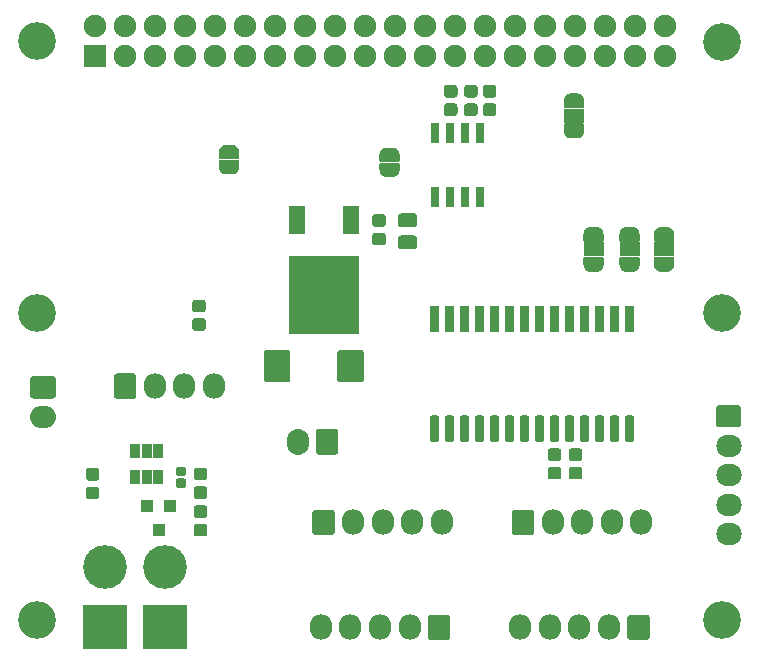
<source format=gbr>
G04 #@! TF.GenerationSoftware,KiCad,Pcbnew,(5.1.5)-3*
G04 #@! TF.CreationDate,2020-02-23T12:43:37-05:00*
G04 #@! TF.ProjectId,Zynth-encoder_power_display_fan,5a796e74-682d-4656-9e63-6f6465725f70,rev?*
G04 #@! TF.SameCoordinates,Original*
G04 #@! TF.FileFunction,Soldermask,Top*
G04 #@! TF.FilePolarity,Negative*
%FSLAX46Y46*%
G04 Gerber Fmt 4.6, Leading zero omitted, Abs format (unit mm)*
G04 Created by KiCad (PCBNEW (5.1.5)-3) date 2020-02-23 12:43:37*
%MOMM*%
%LPD*%
G04 APERTURE LIST*
%ADD10O,1.900000X2.150000*%
%ADD11C,0.150000*%
%ADD12O,2.150000X1.900000*%
%ADD13O,1.900000X2.200000*%
%ADD14O,2.200000X1.900000*%
%ADD15C,3.200000*%
%ADD16R,1.700000X1.200000*%
%ADD17R,6.000000X6.600000*%
%ADD18R,1.400000X2.400000*%
%ADD19C,3.700120*%
%ADD20R,3.700120X3.700120*%
%ADD21R,1.900000X1.900000*%
%ADD22O,1.900000X1.900000*%
%ADD23R,0.800000X1.750000*%
%ADD24R,1.000000X1.100000*%
%ADD25R,0.850000X1.260000*%
G04 APERTURE END LIST*
D10*
G04 #@! TO.C,PWR1*
X97000000Y-93500000D03*
X94500000Y-93500000D03*
X92000000Y-93500000D03*
D11*
G36*
X90197975Y-92426345D02*
G01*
X90225099Y-92430369D01*
X90251697Y-92437031D01*
X90277514Y-92446269D01*
X90302302Y-92457993D01*
X90325821Y-92472089D01*
X90347845Y-92488424D01*
X90368162Y-92506838D01*
X90386576Y-92527155D01*
X90402911Y-92549179D01*
X90417007Y-92572698D01*
X90428731Y-92597486D01*
X90437969Y-92623303D01*
X90444631Y-92649901D01*
X90448655Y-92677025D01*
X90450000Y-92704412D01*
X90450000Y-94295588D01*
X90448655Y-94322975D01*
X90444631Y-94350099D01*
X90437969Y-94376697D01*
X90428731Y-94402514D01*
X90417007Y-94427302D01*
X90402911Y-94450821D01*
X90386576Y-94472845D01*
X90368162Y-94493162D01*
X90347845Y-94511576D01*
X90325821Y-94527911D01*
X90302302Y-94542007D01*
X90277514Y-94553731D01*
X90251697Y-94562969D01*
X90225099Y-94569631D01*
X90197975Y-94573655D01*
X90170588Y-94575000D01*
X88829412Y-94575000D01*
X88802025Y-94573655D01*
X88774901Y-94569631D01*
X88748303Y-94562969D01*
X88722486Y-94553731D01*
X88697698Y-94542007D01*
X88674179Y-94527911D01*
X88652155Y-94511576D01*
X88631838Y-94493162D01*
X88613424Y-94472845D01*
X88597089Y-94450821D01*
X88582993Y-94427302D01*
X88571269Y-94402514D01*
X88562031Y-94376697D01*
X88555369Y-94350099D01*
X88551345Y-94322975D01*
X88550000Y-94295588D01*
X88550000Y-92704412D01*
X88551345Y-92677025D01*
X88555369Y-92649901D01*
X88562031Y-92623303D01*
X88571269Y-92597486D01*
X88582993Y-92572698D01*
X88597089Y-92549179D01*
X88613424Y-92527155D01*
X88631838Y-92506838D01*
X88652155Y-92488424D01*
X88674179Y-92472089D01*
X88697698Y-92457993D01*
X88722486Y-92446269D01*
X88748303Y-92437031D01*
X88774901Y-92430369D01*
X88802025Y-92426345D01*
X88829412Y-92425000D01*
X90170588Y-92425000D01*
X90197975Y-92426345D01*
G37*
G04 #@! TD*
G04 #@! TO.C,R19*
G36*
X96082592Y-86176294D02*
G01*
X96108681Y-86180164D01*
X96134264Y-86186572D01*
X96159096Y-86195457D01*
X96182938Y-86206734D01*
X96205560Y-86220293D01*
X96226743Y-86236003D01*
X96246285Y-86253715D01*
X96263997Y-86273257D01*
X96279707Y-86294440D01*
X96293266Y-86317062D01*
X96304543Y-86340904D01*
X96313428Y-86365736D01*
X96319836Y-86391319D01*
X96323706Y-86417408D01*
X96325000Y-86443750D01*
X96325000Y-86981250D01*
X96323706Y-87007592D01*
X96319836Y-87033681D01*
X96313428Y-87059264D01*
X96304543Y-87084096D01*
X96293266Y-87107938D01*
X96279707Y-87130560D01*
X96263997Y-87151743D01*
X96246285Y-87171285D01*
X96226743Y-87188997D01*
X96205560Y-87204707D01*
X96182938Y-87218266D01*
X96159096Y-87229543D01*
X96134264Y-87238428D01*
X96108681Y-87244836D01*
X96082592Y-87248706D01*
X96056250Y-87250000D01*
X95443750Y-87250000D01*
X95417408Y-87248706D01*
X95391319Y-87244836D01*
X95365736Y-87238428D01*
X95340904Y-87229543D01*
X95317062Y-87218266D01*
X95294440Y-87204707D01*
X95273257Y-87188997D01*
X95253715Y-87171285D01*
X95236003Y-87151743D01*
X95220293Y-87130560D01*
X95206734Y-87107938D01*
X95195457Y-87084096D01*
X95186572Y-87059264D01*
X95180164Y-87033681D01*
X95176294Y-87007592D01*
X95175000Y-86981250D01*
X95175000Y-86443750D01*
X95176294Y-86417408D01*
X95180164Y-86391319D01*
X95186572Y-86365736D01*
X95195457Y-86340904D01*
X95206734Y-86317062D01*
X95220293Y-86294440D01*
X95236003Y-86273257D01*
X95253715Y-86253715D01*
X95273257Y-86236003D01*
X95294440Y-86220293D01*
X95317062Y-86206734D01*
X95340904Y-86195457D01*
X95365736Y-86186572D01*
X95391319Y-86180164D01*
X95417408Y-86176294D01*
X95443750Y-86175000D01*
X96056250Y-86175000D01*
X96082592Y-86176294D01*
G37*
G36*
X96082592Y-87751294D02*
G01*
X96108681Y-87755164D01*
X96134264Y-87761572D01*
X96159096Y-87770457D01*
X96182938Y-87781734D01*
X96205560Y-87795293D01*
X96226743Y-87811003D01*
X96246285Y-87828715D01*
X96263997Y-87848257D01*
X96279707Y-87869440D01*
X96293266Y-87892062D01*
X96304543Y-87915904D01*
X96313428Y-87940736D01*
X96319836Y-87966319D01*
X96323706Y-87992408D01*
X96325000Y-88018750D01*
X96325000Y-88556250D01*
X96323706Y-88582592D01*
X96319836Y-88608681D01*
X96313428Y-88634264D01*
X96304543Y-88659096D01*
X96293266Y-88682938D01*
X96279707Y-88705560D01*
X96263997Y-88726743D01*
X96246285Y-88746285D01*
X96226743Y-88763997D01*
X96205560Y-88779707D01*
X96182938Y-88793266D01*
X96159096Y-88804543D01*
X96134264Y-88813428D01*
X96108681Y-88819836D01*
X96082592Y-88823706D01*
X96056250Y-88825000D01*
X95443750Y-88825000D01*
X95417408Y-88823706D01*
X95391319Y-88819836D01*
X95365736Y-88813428D01*
X95340904Y-88804543D01*
X95317062Y-88793266D01*
X95294440Y-88779707D01*
X95273257Y-88763997D01*
X95253715Y-88746285D01*
X95236003Y-88726743D01*
X95220293Y-88705560D01*
X95206734Y-88682938D01*
X95195457Y-88659096D01*
X95186572Y-88634264D01*
X95180164Y-88608681D01*
X95176294Y-88582592D01*
X95175000Y-88556250D01*
X95175000Y-88018750D01*
X95176294Y-87992408D01*
X95180164Y-87966319D01*
X95186572Y-87940736D01*
X95195457Y-87915904D01*
X95206734Y-87892062D01*
X95220293Y-87869440D01*
X95236003Y-87848257D01*
X95253715Y-87828715D01*
X95273257Y-87811003D01*
X95294440Y-87795293D01*
X95317062Y-87781734D01*
X95340904Y-87770457D01*
X95365736Y-87761572D01*
X95391319Y-87755164D01*
X95417408Y-87751294D01*
X95443750Y-87750000D01*
X96056250Y-87750000D01*
X96082592Y-87751294D01*
G37*
G04 #@! TD*
G04 #@! TO.C,U3*
G36*
X115916603Y-86681963D02*
G01*
X115936018Y-86684843D01*
X115955057Y-86689612D01*
X115973537Y-86696224D01*
X115991279Y-86704616D01*
X116008114Y-86714706D01*
X116023879Y-86726398D01*
X116038421Y-86739579D01*
X116051602Y-86754121D01*
X116063294Y-86769886D01*
X116073384Y-86786721D01*
X116081776Y-86804463D01*
X116088388Y-86822943D01*
X116093157Y-86841982D01*
X116096037Y-86861397D01*
X116097000Y-86881000D01*
X116097000Y-88731000D01*
X116096037Y-88750603D01*
X116093157Y-88770018D01*
X116088388Y-88789057D01*
X116081776Y-88807537D01*
X116073384Y-88825279D01*
X116063294Y-88842114D01*
X116051602Y-88857879D01*
X116038421Y-88872421D01*
X116023879Y-88885602D01*
X116008114Y-88897294D01*
X115991279Y-88907384D01*
X115973537Y-88915776D01*
X115955057Y-88922388D01*
X115936018Y-88927157D01*
X115916603Y-88930037D01*
X115897000Y-88931000D01*
X115497000Y-88931000D01*
X115477397Y-88930037D01*
X115457982Y-88927157D01*
X115438943Y-88922388D01*
X115420463Y-88915776D01*
X115402721Y-88907384D01*
X115385886Y-88897294D01*
X115370121Y-88885602D01*
X115355579Y-88872421D01*
X115342398Y-88857879D01*
X115330706Y-88842114D01*
X115320616Y-88825279D01*
X115312224Y-88807537D01*
X115305612Y-88789057D01*
X115300843Y-88770018D01*
X115297963Y-88750603D01*
X115297000Y-88731000D01*
X115297000Y-86881000D01*
X115297963Y-86861397D01*
X115300843Y-86841982D01*
X115305612Y-86822943D01*
X115312224Y-86804463D01*
X115320616Y-86786721D01*
X115330706Y-86769886D01*
X115342398Y-86754121D01*
X115355579Y-86739579D01*
X115370121Y-86726398D01*
X115385886Y-86714706D01*
X115402721Y-86704616D01*
X115420463Y-86696224D01*
X115438943Y-86689612D01*
X115457982Y-86684843D01*
X115477397Y-86681963D01*
X115497000Y-86681000D01*
X115897000Y-86681000D01*
X115916603Y-86681963D01*
G37*
G36*
X117186603Y-86681963D02*
G01*
X117206018Y-86684843D01*
X117225057Y-86689612D01*
X117243537Y-86696224D01*
X117261279Y-86704616D01*
X117278114Y-86714706D01*
X117293879Y-86726398D01*
X117308421Y-86739579D01*
X117321602Y-86754121D01*
X117333294Y-86769886D01*
X117343384Y-86786721D01*
X117351776Y-86804463D01*
X117358388Y-86822943D01*
X117363157Y-86841982D01*
X117366037Y-86861397D01*
X117367000Y-86881000D01*
X117367000Y-88731000D01*
X117366037Y-88750603D01*
X117363157Y-88770018D01*
X117358388Y-88789057D01*
X117351776Y-88807537D01*
X117343384Y-88825279D01*
X117333294Y-88842114D01*
X117321602Y-88857879D01*
X117308421Y-88872421D01*
X117293879Y-88885602D01*
X117278114Y-88897294D01*
X117261279Y-88907384D01*
X117243537Y-88915776D01*
X117225057Y-88922388D01*
X117206018Y-88927157D01*
X117186603Y-88930037D01*
X117167000Y-88931000D01*
X116767000Y-88931000D01*
X116747397Y-88930037D01*
X116727982Y-88927157D01*
X116708943Y-88922388D01*
X116690463Y-88915776D01*
X116672721Y-88907384D01*
X116655886Y-88897294D01*
X116640121Y-88885602D01*
X116625579Y-88872421D01*
X116612398Y-88857879D01*
X116600706Y-88842114D01*
X116590616Y-88825279D01*
X116582224Y-88807537D01*
X116575612Y-88789057D01*
X116570843Y-88770018D01*
X116567963Y-88750603D01*
X116567000Y-88731000D01*
X116567000Y-86881000D01*
X116567963Y-86861397D01*
X116570843Y-86841982D01*
X116575612Y-86822943D01*
X116582224Y-86804463D01*
X116590616Y-86786721D01*
X116600706Y-86769886D01*
X116612398Y-86754121D01*
X116625579Y-86739579D01*
X116640121Y-86726398D01*
X116655886Y-86714706D01*
X116672721Y-86704616D01*
X116690463Y-86696224D01*
X116708943Y-86689612D01*
X116727982Y-86684843D01*
X116747397Y-86681963D01*
X116767000Y-86681000D01*
X117167000Y-86681000D01*
X117186603Y-86681963D01*
G37*
G36*
X118456603Y-86681963D02*
G01*
X118476018Y-86684843D01*
X118495057Y-86689612D01*
X118513537Y-86696224D01*
X118531279Y-86704616D01*
X118548114Y-86714706D01*
X118563879Y-86726398D01*
X118578421Y-86739579D01*
X118591602Y-86754121D01*
X118603294Y-86769886D01*
X118613384Y-86786721D01*
X118621776Y-86804463D01*
X118628388Y-86822943D01*
X118633157Y-86841982D01*
X118636037Y-86861397D01*
X118637000Y-86881000D01*
X118637000Y-88731000D01*
X118636037Y-88750603D01*
X118633157Y-88770018D01*
X118628388Y-88789057D01*
X118621776Y-88807537D01*
X118613384Y-88825279D01*
X118603294Y-88842114D01*
X118591602Y-88857879D01*
X118578421Y-88872421D01*
X118563879Y-88885602D01*
X118548114Y-88897294D01*
X118531279Y-88907384D01*
X118513537Y-88915776D01*
X118495057Y-88922388D01*
X118476018Y-88927157D01*
X118456603Y-88930037D01*
X118437000Y-88931000D01*
X118037000Y-88931000D01*
X118017397Y-88930037D01*
X117997982Y-88927157D01*
X117978943Y-88922388D01*
X117960463Y-88915776D01*
X117942721Y-88907384D01*
X117925886Y-88897294D01*
X117910121Y-88885602D01*
X117895579Y-88872421D01*
X117882398Y-88857879D01*
X117870706Y-88842114D01*
X117860616Y-88825279D01*
X117852224Y-88807537D01*
X117845612Y-88789057D01*
X117840843Y-88770018D01*
X117837963Y-88750603D01*
X117837000Y-88731000D01*
X117837000Y-86881000D01*
X117837963Y-86861397D01*
X117840843Y-86841982D01*
X117845612Y-86822943D01*
X117852224Y-86804463D01*
X117860616Y-86786721D01*
X117870706Y-86769886D01*
X117882398Y-86754121D01*
X117895579Y-86739579D01*
X117910121Y-86726398D01*
X117925886Y-86714706D01*
X117942721Y-86704616D01*
X117960463Y-86696224D01*
X117978943Y-86689612D01*
X117997982Y-86684843D01*
X118017397Y-86681963D01*
X118037000Y-86681000D01*
X118437000Y-86681000D01*
X118456603Y-86681963D01*
G37*
G36*
X119726603Y-86681963D02*
G01*
X119746018Y-86684843D01*
X119765057Y-86689612D01*
X119783537Y-86696224D01*
X119801279Y-86704616D01*
X119818114Y-86714706D01*
X119833879Y-86726398D01*
X119848421Y-86739579D01*
X119861602Y-86754121D01*
X119873294Y-86769886D01*
X119883384Y-86786721D01*
X119891776Y-86804463D01*
X119898388Y-86822943D01*
X119903157Y-86841982D01*
X119906037Y-86861397D01*
X119907000Y-86881000D01*
X119907000Y-88731000D01*
X119906037Y-88750603D01*
X119903157Y-88770018D01*
X119898388Y-88789057D01*
X119891776Y-88807537D01*
X119883384Y-88825279D01*
X119873294Y-88842114D01*
X119861602Y-88857879D01*
X119848421Y-88872421D01*
X119833879Y-88885602D01*
X119818114Y-88897294D01*
X119801279Y-88907384D01*
X119783537Y-88915776D01*
X119765057Y-88922388D01*
X119746018Y-88927157D01*
X119726603Y-88930037D01*
X119707000Y-88931000D01*
X119307000Y-88931000D01*
X119287397Y-88930037D01*
X119267982Y-88927157D01*
X119248943Y-88922388D01*
X119230463Y-88915776D01*
X119212721Y-88907384D01*
X119195886Y-88897294D01*
X119180121Y-88885602D01*
X119165579Y-88872421D01*
X119152398Y-88857879D01*
X119140706Y-88842114D01*
X119130616Y-88825279D01*
X119122224Y-88807537D01*
X119115612Y-88789057D01*
X119110843Y-88770018D01*
X119107963Y-88750603D01*
X119107000Y-88731000D01*
X119107000Y-86881000D01*
X119107963Y-86861397D01*
X119110843Y-86841982D01*
X119115612Y-86822943D01*
X119122224Y-86804463D01*
X119130616Y-86786721D01*
X119140706Y-86769886D01*
X119152398Y-86754121D01*
X119165579Y-86739579D01*
X119180121Y-86726398D01*
X119195886Y-86714706D01*
X119212721Y-86704616D01*
X119230463Y-86696224D01*
X119248943Y-86689612D01*
X119267982Y-86684843D01*
X119287397Y-86681963D01*
X119307000Y-86681000D01*
X119707000Y-86681000D01*
X119726603Y-86681963D01*
G37*
G36*
X120996603Y-86681963D02*
G01*
X121016018Y-86684843D01*
X121035057Y-86689612D01*
X121053537Y-86696224D01*
X121071279Y-86704616D01*
X121088114Y-86714706D01*
X121103879Y-86726398D01*
X121118421Y-86739579D01*
X121131602Y-86754121D01*
X121143294Y-86769886D01*
X121153384Y-86786721D01*
X121161776Y-86804463D01*
X121168388Y-86822943D01*
X121173157Y-86841982D01*
X121176037Y-86861397D01*
X121177000Y-86881000D01*
X121177000Y-88731000D01*
X121176037Y-88750603D01*
X121173157Y-88770018D01*
X121168388Y-88789057D01*
X121161776Y-88807537D01*
X121153384Y-88825279D01*
X121143294Y-88842114D01*
X121131602Y-88857879D01*
X121118421Y-88872421D01*
X121103879Y-88885602D01*
X121088114Y-88897294D01*
X121071279Y-88907384D01*
X121053537Y-88915776D01*
X121035057Y-88922388D01*
X121016018Y-88927157D01*
X120996603Y-88930037D01*
X120977000Y-88931000D01*
X120577000Y-88931000D01*
X120557397Y-88930037D01*
X120537982Y-88927157D01*
X120518943Y-88922388D01*
X120500463Y-88915776D01*
X120482721Y-88907384D01*
X120465886Y-88897294D01*
X120450121Y-88885602D01*
X120435579Y-88872421D01*
X120422398Y-88857879D01*
X120410706Y-88842114D01*
X120400616Y-88825279D01*
X120392224Y-88807537D01*
X120385612Y-88789057D01*
X120380843Y-88770018D01*
X120377963Y-88750603D01*
X120377000Y-88731000D01*
X120377000Y-86881000D01*
X120377963Y-86861397D01*
X120380843Y-86841982D01*
X120385612Y-86822943D01*
X120392224Y-86804463D01*
X120400616Y-86786721D01*
X120410706Y-86769886D01*
X120422398Y-86754121D01*
X120435579Y-86739579D01*
X120450121Y-86726398D01*
X120465886Y-86714706D01*
X120482721Y-86704616D01*
X120500463Y-86696224D01*
X120518943Y-86689612D01*
X120537982Y-86684843D01*
X120557397Y-86681963D01*
X120577000Y-86681000D01*
X120977000Y-86681000D01*
X120996603Y-86681963D01*
G37*
G36*
X122266603Y-86681963D02*
G01*
X122286018Y-86684843D01*
X122305057Y-86689612D01*
X122323537Y-86696224D01*
X122341279Y-86704616D01*
X122358114Y-86714706D01*
X122373879Y-86726398D01*
X122388421Y-86739579D01*
X122401602Y-86754121D01*
X122413294Y-86769886D01*
X122423384Y-86786721D01*
X122431776Y-86804463D01*
X122438388Y-86822943D01*
X122443157Y-86841982D01*
X122446037Y-86861397D01*
X122447000Y-86881000D01*
X122447000Y-88731000D01*
X122446037Y-88750603D01*
X122443157Y-88770018D01*
X122438388Y-88789057D01*
X122431776Y-88807537D01*
X122423384Y-88825279D01*
X122413294Y-88842114D01*
X122401602Y-88857879D01*
X122388421Y-88872421D01*
X122373879Y-88885602D01*
X122358114Y-88897294D01*
X122341279Y-88907384D01*
X122323537Y-88915776D01*
X122305057Y-88922388D01*
X122286018Y-88927157D01*
X122266603Y-88930037D01*
X122247000Y-88931000D01*
X121847000Y-88931000D01*
X121827397Y-88930037D01*
X121807982Y-88927157D01*
X121788943Y-88922388D01*
X121770463Y-88915776D01*
X121752721Y-88907384D01*
X121735886Y-88897294D01*
X121720121Y-88885602D01*
X121705579Y-88872421D01*
X121692398Y-88857879D01*
X121680706Y-88842114D01*
X121670616Y-88825279D01*
X121662224Y-88807537D01*
X121655612Y-88789057D01*
X121650843Y-88770018D01*
X121647963Y-88750603D01*
X121647000Y-88731000D01*
X121647000Y-86881000D01*
X121647963Y-86861397D01*
X121650843Y-86841982D01*
X121655612Y-86822943D01*
X121662224Y-86804463D01*
X121670616Y-86786721D01*
X121680706Y-86769886D01*
X121692398Y-86754121D01*
X121705579Y-86739579D01*
X121720121Y-86726398D01*
X121735886Y-86714706D01*
X121752721Y-86704616D01*
X121770463Y-86696224D01*
X121788943Y-86689612D01*
X121807982Y-86684843D01*
X121827397Y-86681963D01*
X121847000Y-86681000D01*
X122247000Y-86681000D01*
X122266603Y-86681963D01*
G37*
G36*
X123536603Y-86681963D02*
G01*
X123556018Y-86684843D01*
X123575057Y-86689612D01*
X123593537Y-86696224D01*
X123611279Y-86704616D01*
X123628114Y-86714706D01*
X123643879Y-86726398D01*
X123658421Y-86739579D01*
X123671602Y-86754121D01*
X123683294Y-86769886D01*
X123693384Y-86786721D01*
X123701776Y-86804463D01*
X123708388Y-86822943D01*
X123713157Y-86841982D01*
X123716037Y-86861397D01*
X123717000Y-86881000D01*
X123717000Y-88731000D01*
X123716037Y-88750603D01*
X123713157Y-88770018D01*
X123708388Y-88789057D01*
X123701776Y-88807537D01*
X123693384Y-88825279D01*
X123683294Y-88842114D01*
X123671602Y-88857879D01*
X123658421Y-88872421D01*
X123643879Y-88885602D01*
X123628114Y-88897294D01*
X123611279Y-88907384D01*
X123593537Y-88915776D01*
X123575057Y-88922388D01*
X123556018Y-88927157D01*
X123536603Y-88930037D01*
X123517000Y-88931000D01*
X123117000Y-88931000D01*
X123097397Y-88930037D01*
X123077982Y-88927157D01*
X123058943Y-88922388D01*
X123040463Y-88915776D01*
X123022721Y-88907384D01*
X123005886Y-88897294D01*
X122990121Y-88885602D01*
X122975579Y-88872421D01*
X122962398Y-88857879D01*
X122950706Y-88842114D01*
X122940616Y-88825279D01*
X122932224Y-88807537D01*
X122925612Y-88789057D01*
X122920843Y-88770018D01*
X122917963Y-88750603D01*
X122917000Y-88731000D01*
X122917000Y-86881000D01*
X122917963Y-86861397D01*
X122920843Y-86841982D01*
X122925612Y-86822943D01*
X122932224Y-86804463D01*
X122940616Y-86786721D01*
X122950706Y-86769886D01*
X122962398Y-86754121D01*
X122975579Y-86739579D01*
X122990121Y-86726398D01*
X123005886Y-86714706D01*
X123022721Y-86704616D01*
X123040463Y-86696224D01*
X123058943Y-86689612D01*
X123077982Y-86684843D01*
X123097397Y-86681963D01*
X123117000Y-86681000D01*
X123517000Y-86681000D01*
X123536603Y-86681963D01*
G37*
G36*
X124806603Y-86681963D02*
G01*
X124826018Y-86684843D01*
X124845057Y-86689612D01*
X124863537Y-86696224D01*
X124881279Y-86704616D01*
X124898114Y-86714706D01*
X124913879Y-86726398D01*
X124928421Y-86739579D01*
X124941602Y-86754121D01*
X124953294Y-86769886D01*
X124963384Y-86786721D01*
X124971776Y-86804463D01*
X124978388Y-86822943D01*
X124983157Y-86841982D01*
X124986037Y-86861397D01*
X124987000Y-86881000D01*
X124987000Y-88731000D01*
X124986037Y-88750603D01*
X124983157Y-88770018D01*
X124978388Y-88789057D01*
X124971776Y-88807537D01*
X124963384Y-88825279D01*
X124953294Y-88842114D01*
X124941602Y-88857879D01*
X124928421Y-88872421D01*
X124913879Y-88885602D01*
X124898114Y-88897294D01*
X124881279Y-88907384D01*
X124863537Y-88915776D01*
X124845057Y-88922388D01*
X124826018Y-88927157D01*
X124806603Y-88930037D01*
X124787000Y-88931000D01*
X124387000Y-88931000D01*
X124367397Y-88930037D01*
X124347982Y-88927157D01*
X124328943Y-88922388D01*
X124310463Y-88915776D01*
X124292721Y-88907384D01*
X124275886Y-88897294D01*
X124260121Y-88885602D01*
X124245579Y-88872421D01*
X124232398Y-88857879D01*
X124220706Y-88842114D01*
X124210616Y-88825279D01*
X124202224Y-88807537D01*
X124195612Y-88789057D01*
X124190843Y-88770018D01*
X124187963Y-88750603D01*
X124187000Y-88731000D01*
X124187000Y-86881000D01*
X124187963Y-86861397D01*
X124190843Y-86841982D01*
X124195612Y-86822943D01*
X124202224Y-86804463D01*
X124210616Y-86786721D01*
X124220706Y-86769886D01*
X124232398Y-86754121D01*
X124245579Y-86739579D01*
X124260121Y-86726398D01*
X124275886Y-86714706D01*
X124292721Y-86704616D01*
X124310463Y-86696224D01*
X124328943Y-86689612D01*
X124347982Y-86684843D01*
X124367397Y-86681963D01*
X124387000Y-86681000D01*
X124787000Y-86681000D01*
X124806603Y-86681963D01*
G37*
G36*
X126076603Y-86681963D02*
G01*
X126096018Y-86684843D01*
X126115057Y-86689612D01*
X126133537Y-86696224D01*
X126151279Y-86704616D01*
X126168114Y-86714706D01*
X126183879Y-86726398D01*
X126198421Y-86739579D01*
X126211602Y-86754121D01*
X126223294Y-86769886D01*
X126233384Y-86786721D01*
X126241776Y-86804463D01*
X126248388Y-86822943D01*
X126253157Y-86841982D01*
X126256037Y-86861397D01*
X126257000Y-86881000D01*
X126257000Y-88731000D01*
X126256037Y-88750603D01*
X126253157Y-88770018D01*
X126248388Y-88789057D01*
X126241776Y-88807537D01*
X126233384Y-88825279D01*
X126223294Y-88842114D01*
X126211602Y-88857879D01*
X126198421Y-88872421D01*
X126183879Y-88885602D01*
X126168114Y-88897294D01*
X126151279Y-88907384D01*
X126133537Y-88915776D01*
X126115057Y-88922388D01*
X126096018Y-88927157D01*
X126076603Y-88930037D01*
X126057000Y-88931000D01*
X125657000Y-88931000D01*
X125637397Y-88930037D01*
X125617982Y-88927157D01*
X125598943Y-88922388D01*
X125580463Y-88915776D01*
X125562721Y-88907384D01*
X125545886Y-88897294D01*
X125530121Y-88885602D01*
X125515579Y-88872421D01*
X125502398Y-88857879D01*
X125490706Y-88842114D01*
X125480616Y-88825279D01*
X125472224Y-88807537D01*
X125465612Y-88789057D01*
X125460843Y-88770018D01*
X125457963Y-88750603D01*
X125457000Y-88731000D01*
X125457000Y-86881000D01*
X125457963Y-86861397D01*
X125460843Y-86841982D01*
X125465612Y-86822943D01*
X125472224Y-86804463D01*
X125480616Y-86786721D01*
X125490706Y-86769886D01*
X125502398Y-86754121D01*
X125515579Y-86739579D01*
X125530121Y-86726398D01*
X125545886Y-86714706D01*
X125562721Y-86704616D01*
X125580463Y-86696224D01*
X125598943Y-86689612D01*
X125617982Y-86684843D01*
X125637397Y-86681963D01*
X125657000Y-86681000D01*
X126057000Y-86681000D01*
X126076603Y-86681963D01*
G37*
G36*
X127346603Y-86681963D02*
G01*
X127366018Y-86684843D01*
X127385057Y-86689612D01*
X127403537Y-86696224D01*
X127421279Y-86704616D01*
X127438114Y-86714706D01*
X127453879Y-86726398D01*
X127468421Y-86739579D01*
X127481602Y-86754121D01*
X127493294Y-86769886D01*
X127503384Y-86786721D01*
X127511776Y-86804463D01*
X127518388Y-86822943D01*
X127523157Y-86841982D01*
X127526037Y-86861397D01*
X127527000Y-86881000D01*
X127527000Y-88731000D01*
X127526037Y-88750603D01*
X127523157Y-88770018D01*
X127518388Y-88789057D01*
X127511776Y-88807537D01*
X127503384Y-88825279D01*
X127493294Y-88842114D01*
X127481602Y-88857879D01*
X127468421Y-88872421D01*
X127453879Y-88885602D01*
X127438114Y-88897294D01*
X127421279Y-88907384D01*
X127403537Y-88915776D01*
X127385057Y-88922388D01*
X127366018Y-88927157D01*
X127346603Y-88930037D01*
X127327000Y-88931000D01*
X126927000Y-88931000D01*
X126907397Y-88930037D01*
X126887982Y-88927157D01*
X126868943Y-88922388D01*
X126850463Y-88915776D01*
X126832721Y-88907384D01*
X126815886Y-88897294D01*
X126800121Y-88885602D01*
X126785579Y-88872421D01*
X126772398Y-88857879D01*
X126760706Y-88842114D01*
X126750616Y-88825279D01*
X126742224Y-88807537D01*
X126735612Y-88789057D01*
X126730843Y-88770018D01*
X126727963Y-88750603D01*
X126727000Y-88731000D01*
X126727000Y-86881000D01*
X126727963Y-86861397D01*
X126730843Y-86841982D01*
X126735612Y-86822943D01*
X126742224Y-86804463D01*
X126750616Y-86786721D01*
X126760706Y-86769886D01*
X126772398Y-86754121D01*
X126785579Y-86739579D01*
X126800121Y-86726398D01*
X126815886Y-86714706D01*
X126832721Y-86704616D01*
X126850463Y-86696224D01*
X126868943Y-86689612D01*
X126887982Y-86684843D01*
X126907397Y-86681963D01*
X126927000Y-86681000D01*
X127327000Y-86681000D01*
X127346603Y-86681963D01*
G37*
G36*
X128616603Y-86681963D02*
G01*
X128636018Y-86684843D01*
X128655057Y-86689612D01*
X128673537Y-86696224D01*
X128691279Y-86704616D01*
X128708114Y-86714706D01*
X128723879Y-86726398D01*
X128738421Y-86739579D01*
X128751602Y-86754121D01*
X128763294Y-86769886D01*
X128773384Y-86786721D01*
X128781776Y-86804463D01*
X128788388Y-86822943D01*
X128793157Y-86841982D01*
X128796037Y-86861397D01*
X128797000Y-86881000D01*
X128797000Y-88731000D01*
X128796037Y-88750603D01*
X128793157Y-88770018D01*
X128788388Y-88789057D01*
X128781776Y-88807537D01*
X128773384Y-88825279D01*
X128763294Y-88842114D01*
X128751602Y-88857879D01*
X128738421Y-88872421D01*
X128723879Y-88885602D01*
X128708114Y-88897294D01*
X128691279Y-88907384D01*
X128673537Y-88915776D01*
X128655057Y-88922388D01*
X128636018Y-88927157D01*
X128616603Y-88930037D01*
X128597000Y-88931000D01*
X128197000Y-88931000D01*
X128177397Y-88930037D01*
X128157982Y-88927157D01*
X128138943Y-88922388D01*
X128120463Y-88915776D01*
X128102721Y-88907384D01*
X128085886Y-88897294D01*
X128070121Y-88885602D01*
X128055579Y-88872421D01*
X128042398Y-88857879D01*
X128030706Y-88842114D01*
X128020616Y-88825279D01*
X128012224Y-88807537D01*
X128005612Y-88789057D01*
X128000843Y-88770018D01*
X127997963Y-88750603D01*
X127997000Y-88731000D01*
X127997000Y-86881000D01*
X127997963Y-86861397D01*
X128000843Y-86841982D01*
X128005612Y-86822943D01*
X128012224Y-86804463D01*
X128020616Y-86786721D01*
X128030706Y-86769886D01*
X128042398Y-86754121D01*
X128055579Y-86739579D01*
X128070121Y-86726398D01*
X128085886Y-86714706D01*
X128102721Y-86704616D01*
X128120463Y-86696224D01*
X128138943Y-86689612D01*
X128157982Y-86684843D01*
X128177397Y-86681963D01*
X128197000Y-86681000D01*
X128597000Y-86681000D01*
X128616603Y-86681963D01*
G37*
G36*
X129886603Y-86681963D02*
G01*
X129906018Y-86684843D01*
X129925057Y-86689612D01*
X129943537Y-86696224D01*
X129961279Y-86704616D01*
X129978114Y-86714706D01*
X129993879Y-86726398D01*
X130008421Y-86739579D01*
X130021602Y-86754121D01*
X130033294Y-86769886D01*
X130043384Y-86786721D01*
X130051776Y-86804463D01*
X130058388Y-86822943D01*
X130063157Y-86841982D01*
X130066037Y-86861397D01*
X130067000Y-86881000D01*
X130067000Y-88731000D01*
X130066037Y-88750603D01*
X130063157Y-88770018D01*
X130058388Y-88789057D01*
X130051776Y-88807537D01*
X130043384Y-88825279D01*
X130033294Y-88842114D01*
X130021602Y-88857879D01*
X130008421Y-88872421D01*
X129993879Y-88885602D01*
X129978114Y-88897294D01*
X129961279Y-88907384D01*
X129943537Y-88915776D01*
X129925057Y-88922388D01*
X129906018Y-88927157D01*
X129886603Y-88930037D01*
X129867000Y-88931000D01*
X129467000Y-88931000D01*
X129447397Y-88930037D01*
X129427982Y-88927157D01*
X129408943Y-88922388D01*
X129390463Y-88915776D01*
X129372721Y-88907384D01*
X129355886Y-88897294D01*
X129340121Y-88885602D01*
X129325579Y-88872421D01*
X129312398Y-88857879D01*
X129300706Y-88842114D01*
X129290616Y-88825279D01*
X129282224Y-88807537D01*
X129275612Y-88789057D01*
X129270843Y-88770018D01*
X129267963Y-88750603D01*
X129267000Y-88731000D01*
X129267000Y-86881000D01*
X129267963Y-86861397D01*
X129270843Y-86841982D01*
X129275612Y-86822943D01*
X129282224Y-86804463D01*
X129290616Y-86786721D01*
X129300706Y-86769886D01*
X129312398Y-86754121D01*
X129325579Y-86739579D01*
X129340121Y-86726398D01*
X129355886Y-86714706D01*
X129372721Y-86704616D01*
X129390463Y-86696224D01*
X129408943Y-86689612D01*
X129427982Y-86684843D01*
X129447397Y-86681963D01*
X129467000Y-86681000D01*
X129867000Y-86681000D01*
X129886603Y-86681963D01*
G37*
G36*
X131156603Y-86681963D02*
G01*
X131176018Y-86684843D01*
X131195057Y-86689612D01*
X131213537Y-86696224D01*
X131231279Y-86704616D01*
X131248114Y-86714706D01*
X131263879Y-86726398D01*
X131278421Y-86739579D01*
X131291602Y-86754121D01*
X131303294Y-86769886D01*
X131313384Y-86786721D01*
X131321776Y-86804463D01*
X131328388Y-86822943D01*
X131333157Y-86841982D01*
X131336037Y-86861397D01*
X131337000Y-86881000D01*
X131337000Y-88731000D01*
X131336037Y-88750603D01*
X131333157Y-88770018D01*
X131328388Y-88789057D01*
X131321776Y-88807537D01*
X131313384Y-88825279D01*
X131303294Y-88842114D01*
X131291602Y-88857879D01*
X131278421Y-88872421D01*
X131263879Y-88885602D01*
X131248114Y-88897294D01*
X131231279Y-88907384D01*
X131213537Y-88915776D01*
X131195057Y-88922388D01*
X131176018Y-88927157D01*
X131156603Y-88930037D01*
X131137000Y-88931000D01*
X130737000Y-88931000D01*
X130717397Y-88930037D01*
X130697982Y-88927157D01*
X130678943Y-88922388D01*
X130660463Y-88915776D01*
X130642721Y-88907384D01*
X130625886Y-88897294D01*
X130610121Y-88885602D01*
X130595579Y-88872421D01*
X130582398Y-88857879D01*
X130570706Y-88842114D01*
X130560616Y-88825279D01*
X130552224Y-88807537D01*
X130545612Y-88789057D01*
X130540843Y-88770018D01*
X130537963Y-88750603D01*
X130537000Y-88731000D01*
X130537000Y-86881000D01*
X130537963Y-86861397D01*
X130540843Y-86841982D01*
X130545612Y-86822943D01*
X130552224Y-86804463D01*
X130560616Y-86786721D01*
X130570706Y-86769886D01*
X130582398Y-86754121D01*
X130595579Y-86739579D01*
X130610121Y-86726398D01*
X130625886Y-86714706D01*
X130642721Y-86704616D01*
X130660463Y-86696224D01*
X130678943Y-86689612D01*
X130697982Y-86684843D01*
X130717397Y-86681963D01*
X130737000Y-86681000D01*
X131137000Y-86681000D01*
X131156603Y-86681963D01*
G37*
G36*
X132426603Y-86681963D02*
G01*
X132446018Y-86684843D01*
X132465057Y-86689612D01*
X132483537Y-86696224D01*
X132501279Y-86704616D01*
X132518114Y-86714706D01*
X132533879Y-86726398D01*
X132548421Y-86739579D01*
X132561602Y-86754121D01*
X132573294Y-86769886D01*
X132583384Y-86786721D01*
X132591776Y-86804463D01*
X132598388Y-86822943D01*
X132603157Y-86841982D01*
X132606037Y-86861397D01*
X132607000Y-86881000D01*
X132607000Y-88731000D01*
X132606037Y-88750603D01*
X132603157Y-88770018D01*
X132598388Y-88789057D01*
X132591776Y-88807537D01*
X132583384Y-88825279D01*
X132573294Y-88842114D01*
X132561602Y-88857879D01*
X132548421Y-88872421D01*
X132533879Y-88885602D01*
X132518114Y-88897294D01*
X132501279Y-88907384D01*
X132483537Y-88915776D01*
X132465057Y-88922388D01*
X132446018Y-88927157D01*
X132426603Y-88930037D01*
X132407000Y-88931000D01*
X132007000Y-88931000D01*
X131987397Y-88930037D01*
X131967982Y-88927157D01*
X131948943Y-88922388D01*
X131930463Y-88915776D01*
X131912721Y-88907384D01*
X131895886Y-88897294D01*
X131880121Y-88885602D01*
X131865579Y-88872421D01*
X131852398Y-88857879D01*
X131840706Y-88842114D01*
X131830616Y-88825279D01*
X131822224Y-88807537D01*
X131815612Y-88789057D01*
X131810843Y-88770018D01*
X131807963Y-88750603D01*
X131807000Y-88731000D01*
X131807000Y-86881000D01*
X131807963Y-86861397D01*
X131810843Y-86841982D01*
X131815612Y-86822943D01*
X131822224Y-86804463D01*
X131830616Y-86786721D01*
X131840706Y-86769886D01*
X131852398Y-86754121D01*
X131865579Y-86739579D01*
X131880121Y-86726398D01*
X131895886Y-86714706D01*
X131912721Y-86704616D01*
X131930463Y-86696224D01*
X131948943Y-86689612D01*
X131967982Y-86684843D01*
X131987397Y-86681963D01*
X132007000Y-86681000D01*
X132407000Y-86681000D01*
X132426603Y-86681963D01*
G37*
G36*
X132426603Y-95981963D02*
G01*
X132446018Y-95984843D01*
X132465057Y-95989612D01*
X132483537Y-95996224D01*
X132501279Y-96004616D01*
X132518114Y-96014706D01*
X132533879Y-96026398D01*
X132548421Y-96039579D01*
X132561602Y-96054121D01*
X132573294Y-96069886D01*
X132583384Y-96086721D01*
X132591776Y-96104463D01*
X132598388Y-96122943D01*
X132603157Y-96141982D01*
X132606037Y-96161397D01*
X132607000Y-96181000D01*
X132607000Y-98031000D01*
X132606037Y-98050603D01*
X132603157Y-98070018D01*
X132598388Y-98089057D01*
X132591776Y-98107537D01*
X132583384Y-98125279D01*
X132573294Y-98142114D01*
X132561602Y-98157879D01*
X132548421Y-98172421D01*
X132533879Y-98185602D01*
X132518114Y-98197294D01*
X132501279Y-98207384D01*
X132483537Y-98215776D01*
X132465057Y-98222388D01*
X132446018Y-98227157D01*
X132426603Y-98230037D01*
X132407000Y-98231000D01*
X132007000Y-98231000D01*
X131987397Y-98230037D01*
X131967982Y-98227157D01*
X131948943Y-98222388D01*
X131930463Y-98215776D01*
X131912721Y-98207384D01*
X131895886Y-98197294D01*
X131880121Y-98185602D01*
X131865579Y-98172421D01*
X131852398Y-98157879D01*
X131840706Y-98142114D01*
X131830616Y-98125279D01*
X131822224Y-98107537D01*
X131815612Y-98089057D01*
X131810843Y-98070018D01*
X131807963Y-98050603D01*
X131807000Y-98031000D01*
X131807000Y-96181000D01*
X131807963Y-96161397D01*
X131810843Y-96141982D01*
X131815612Y-96122943D01*
X131822224Y-96104463D01*
X131830616Y-96086721D01*
X131840706Y-96069886D01*
X131852398Y-96054121D01*
X131865579Y-96039579D01*
X131880121Y-96026398D01*
X131895886Y-96014706D01*
X131912721Y-96004616D01*
X131930463Y-95996224D01*
X131948943Y-95989612D01*
X131967982Y-95984843D01*
X131987397Y-95981963D01*
X132007000Y-95981000D01*
X132407000Y-95981000D01*
X132426603Y-95981963D01*
G37*
G36*
X131156603Y-95981963D02*
G01*
X131176018Y-95984843D01*
X131195057Y-95989612D01*
X131213537Y-95996224D01*
X131231279Y-96004616D01*
X131248114Y-96014706D01*
X131263879Y-96026398D01*
X131278421Y-96039579D01*
X131291602Y-96054121D01*
X131303294Y-96069886D01*
X131313384Y-96086721D01*
X131321776Y-96104463D01*
X131328388Y-96122943D01*
X131333157Y-96141982D01*
X131336037Y-96161397D01*
X131337000Y-96181000D01*
X131337000Y-98031000D01*
X131336037Y-98050603D01*
X131333157Y-98070018D01*
X131328388Y-98089057D01*
X131321776Y-98107537D01*
X131313384Y-98125279D01*
X131303294Y-98142114D01*
X131291602Y-98157879D01*
X131278421Y-98172421D01*
X131263879Y-98185602D01*
X131248114Y-98197294D01*
X131231279Y-98207384D01*
X131213537Y-98215776D01*
X131195057Y-98222388D01*
X131176018Y-98227157D01*
X131156603Y-98230037D01*
X131137000Y-98231000D01*
X130737000Y-98231000D01*
X130717397Y-98230037D01*
X130697982Y-98227157D01*
X130678943Y-98222388D01*
X130660463Y-98215776D01*
X130642721Y-98207384D01*
X130625886Y-98197294D01*
X130610121Y-98185602D01*
X130595579Y-98172421D01*
X130582398Y-98157879D01*
X130570706Y-98142114D01*
X130560616Y-98125279D01*
X130552224Y-98107537D01*
X130545612Y-98089057D01*
X130540843Y-98070018D01*
X130537963Y-98050603D01*
X130537000Y-98031000D01*
X130537000Y-96181000D01*
X130537963Y-96161397D01*
X130540843Y-96141982D01*
X130545612Y-96122943D01*
X130552224Y-96104463D01*
X130560616Y-96086721D01*
X130570706Y-96069886D01*
X130582398Y-96054121D01*
X130595579Y-96039579D01*
X130610121Y-96026398D01*
X130625886Y-96014706D01*
X130642721Y-96004616D01*
X130660463Y-95996224D01*
X130678943Y-95989612D01*
X130697982Y-95984843D01*
X130717397Y-95981963D01*
X130737000Y-95981000D01*
X131137000Y-95981000D01*
X131156603Y-95981963D01*
G37*
G36*
X129886603Y-95981963D02*
G01*
X129906018Y-95984843D01*
X129925057Y-95989612D01*
X129943537Y-95996224D01*
X129961279Y-96004616D01*
X129978114Y-96014706D01*
X129993879Y-96026398D01*
X130008421Y-96039579D01*
X130021602Y-96054121D01*
X130033294Y-96069886D01*
X130043384Y-96086721D01*
X130051776Y-96104463D01*
X130058388Y-96122943D01*
X130063157Y-96141982D01*
X130066037Y-96161397D01*
X130067000Y-96181000D01*
X130067000Y-98031000D01*
X130066037Y-98050603D01*
X130063157Y-98070018D01*
X130058388Y-98089057D01*
X130051776Y-98107537D01*
X130043384Y-98125279D01*
X130033294Y-98142114D01*
X130021602Y-98157879D01*
X130008421Y-98172421D01*
X129993879Y-98185602D01*
X129978114Y-98197294D01*
X129961279Y-98207384D01*
X129943537Y-98215776D01*
X129925057Y-98222388D01*
X129906018Y-98227157D01*
X129886603Y-98230037D01*
X129867000Y-98231000D01*
X129467000Y-98231000D01*
X129447397Y-98230037D01*
X129427982Y-98227157D01*
X129408943Y-98222388D01*
X129390463Y-98215776D01*
X129372721Y-98207384D01*
X129355886Y-98197294D01*
X129340121Y-98185602D01*
X129325579Y-98172421D01*
X129312398Y-98157879D01*
X129300706Y-98142114D01*
X129290616Y-98125279D01*
X129282224Y-98107537D01*
X129275612Y-98089057D01*
X129270843Y-98070018D01*
X129267963Y-98050603D01*
X129267000Y-98031000D01*
X129267000Y-96181000D01*
X129267963Y-96161397D01*
X129270843Y-96141982D01*
X129275612Y-96122943D01*
X129282224Y-96104463D01*
X129290616Y-96086721D01*
X129300706Y-96069886D01*
X129312398Y-96054121D01*
X129325579Y-96039579D01*
X129340121Y-96026398D01*
X129355886Y-96014706D01*
X129372721Y-96004616D01*
X129390463Y-95996224D01*
X129408943Y-95989612D01*
X129427982Y-95984843D01*
X129447397Y-95981963D01*
X129467000Y-95981000D01*
X129867000Y-95981000D01*
X129886603Y-95981963D01*
G37*
G36*
X128616603Y-95981963D02*
G01*
X128636018Y-95984843D01*
X128655057Y-95989612D01*
X128673537Y-95996224D01*
X128691279Y-96004616D01*
X128708114Y-96014706D01*
X128723879Y-96026398D01*
X128738421Y-96039579D01*
X128751602Y-96054121D01*
X128763294Y-96069886D01*
X128773384Y-96086721D01*
X128781776Y-96104463D01*
X128788388Y-96122943D01*
X128793157Y-96141982D01*
X128796037Y-96161397D01*
X128797000Y-96181000D01*
X128797000Y-98031000D01*
X128796037Y-98050603D01*
X128793157Y-98070018D01*
X128788388Y-98089057D01*
X128781776Y-98107537D01*
X128773384Y-98125279D01*
X128763294Y-98142114D01*
X128751602Y-98157879D01*
X128738421Y-98172421D01*
X128723879Y-98185602D01*
X128708114Y-98197294D01*
X128691279Y-98207384D01*
X128673537Y-98215776D01*
X128655057Y-98222388D01*
X128636018Y-98227157D01*
X128616603Y-98230037D01*
X128597000Y-98231000D01*
X128197000Y-98231000D01*
X128177397Y-98230037D01*
X128157982Y-98227157D01*
X128138943Y-98222388D01*
X128120463Y-98215776D01*
X128102721Y-98207384D01*
X128085886Y-98197294D01*
X128070121Y-98185602D01*
X128055579Y-98172421D01*
X128042398Y-98157879D01*
X128030706Y-98142114D01*
X128020616Y-98125279D01*
X128012224Y-98107537D01*
X128005612Y-98089057D01*
X128000843Y-98070018D01*
X127997963Y-98050603D01*
X127997000Y-98031000D01*
X127997000Y-96181000D01*
X127997963Y-96161397D01*
X128000843Y-96141982D01*
X128005612Y-96122943D01*
X128012224Y-96104463D01*
X128020616Y-96086721D01*
X128030706Y-96069886D01*
X128042398Y-96054121D01*
X128055579Y-96039579D01*
X128070121Y-96026398D01*
X128085886Y-96014706D01*
X128102721Y-96004616D01*
X128120463Y-95996224D01*
X128138943Y-95989612D01*
X128157982Y-95984843D01*
X128177397Y-95981963D01*
X128197000Y-95981000D01*
X128597000Y-95981000D01*
X128616603Y-95981963D01*
G37*
G36*
X127346603Y-95981963D02*
G01*
X127366018Y-95984843D01*
X127385057Y-95989612D01*
X127403537Y-95996224D01*
X127421279Y-96004616D01*
X127438114Y-96014706D01*
X127453879Y-96026398D01*
X127468421Y-96039579D01*
X127481602Y-96054121D01*
X127493294Y-96069886D01*
X127503384Y-96086721D01*
X127511776Y-96104463D01*
X127518388Y-96122943D01*
X127523157Y-96141982D01*
X127526037Y-96161397D01*
X127527000Y-96181000D01*
X127527000Y-98031000D01*
X127526037Y-98050603D01*
X127523157Y-98070018D01*
X127518388Y-98089057D01*
X127511776Y-98107537D01*
X127503384Y-98125279D01*
X127493294Y-98142114D01*
X127481602Y-98157879D01*
X127468421Y-98172421D01*
X127453879Y-98185602D01*
X127438114Y-98197294D01*
X127421279Y-98207384D01*
X127403537Y-98215776D01*
X127385057Y-98222388D01*
X127366018Y-98227157D01*
X127346603Y-98230037D01*
X127327000Y-98231000D01*
X126927000Y-98231000D01*
X126907397Y-98230037D01*
X126887982Y-98227157D01*
X126868943Y-98222388D01*
X126850463Y-98215776D01*
X126832721Y-98207384D01*
X126815886Y-98197294D01*
X126800121Y-98185602D01*
X126785579Y-98172421D01*
X126772398Y-98157879D01*
X126760706Y-98142114D01*
X126750616Y-98125279D01*
X126742224Y-98107537D01*
X126735612Y-98089057D01*
X126730843Y-98070018D01*
X126727963Y-98050603D01*
X126727000Y-98031000D01*
X126727000Y-96181000D01*
X126727963Y-96161397D01*
X126730843Y-96141982D01*
X126735612Y-96122943D01*
X126742224Y-96104463D01*
X126750616Y-96086721D01*
X126760706Y-96069886D01*
X126772398Y-96054121D01*
X126785579Y-96039579D01*
X126800121Y-96026398D01*
X126815886Y-96014706D01*
X126832721Y-96004616D01*
X126850463Y-95996224D01*
X126868943Y-95989612D01*
X126887982Y-95984843D01*
X126907397Y-95981963D01*
X126927000Y-95981000D01*
X127327000Y-95981000D01*
X127346603Y-95981963D01*
G37*
G36*
X126076603Y-95981963D02*
G01*
X126096018Y-95984843D01*
X126115057Y-95989612D01*
X126133537Y-95996224D01*
X126151279Y-96004616D01*
X126168114Y-96014706D01*
X126183879Y-96026398D01*
X126198421Y-96039579D01*
X126211602Y-96054121D01*
X126223294Y-96069886D01*
X126233384Y-96086721D01*
X126241776Y-96104463D01*
X126248388Y-96122943D01*
X126253157Y-96141982D01*
X126256037Y-96161397D01*
X126257000Y-96181000D01*
X126257000Y-98031000D01*
X126256037Y-98050603D01*
X126253157Y-98070018D01*
X126248388Y-98089057D01*
X126241776Y-98107537D01*
X126233384Y-98125279D01*
X126223294Y-98142114D01*
X126211602Y-98157879D01*
X126198421Y-98172421D01*
X126183879Y-98185602D01*
X126168114Y-98197294D01*
X126151279Y-98207384D01*
X126133537Y-98215776D01*
X126115057Y-98222388D01*
X126096018Y-98227157D01*
X126076603Y-98230037D01*
X126057000Y-98231000D01*
X125657000Y-98231000D01*
X125637397Y-98230037D01*
X125617982Y-98227157D01*
X125598943Y-98222388D01*
X125580463Y-98215776D01*
X125562721Y-98207384D01*
X125545886Y-98197294D01*
X125530121Y-98185602D01*
X125515579Y-98172421D01*
X125502398Y-98157879D01*
X125490706Y-98142114D01*
X125480616Y-98125279D01*
X125472224Y-98107537D01*
X125465612Y-98089057D01*
X125460843Y-98070018D01*
X125457963Y-98050603D01*
X125457000Y-98031000D01*
X125457000Y-96181000D01*
X125457963Y-96161397D01*
X125460843Y-96141982D01*
X125465612Y-96122943D01*
X125472224Y-96104463D01*
X125480616Y-96086721D01*
X125490706Y-96069886D01*
X125502398Y-96054121D01*
X125515579Y-96039579D01*
X125530121Y-96026398D01*
X125545886Y-96014706D01*
X125562721Y-96004616D01*
X125580463Y-95996224D01*
X125598943Y-95989612D01*
X125617982Y-95984843D01*
X125637397Y-95981963D01*
X125657000Y-95981000D01*
X126057000Y-95981000D01*
X126076603Y-95981963D01*
G37*
G36*
X124806603Y-95981963D02*
G01*
X124826018Y-95984843D01*
X124845057Y-95989612D01*
X124863537Y-95996224D01*
X124881279Y-96004616D01*
X124898114Y-96014706D01*
X124913879Y-96026398D01*
X124928421Y-96039579D01*
X124941602Y-96054121D01*
X124953294Y-96069886D01*
X124963384Y-96086721D01*
X124971776Y-96104463D01*
X124978388Y-96122943D01*
X124983157Y-96141982D01*
X124986037Y-96161397D01*
X124987000Y-96181000D01*
X124987000Y-98031000D01*
X124986037Y-98050603D01*
X124983157Y-98070018D01*
X124978388Y-98089057D01*
X124971776Y-98107537D01*
X124963384Y-98125279D01*
X124953294Y-98142114D01*
X124941602Y-98157879D01*
X124928421Y-98172421D01*
X124913879Y-98185602D01*
X124898114Y-98197294D01*
X124881279Y-98207384D01*
X124863537Y-98215776D01*
X124845057Y-98222388D01*
X124826018Y-98227157D01*
X124806603Y-98230037D01*
X124787000Y-98231000D01*
X124387000Y-98231000D01*
X124367397Y-98230037D01*
X124347982Y-98227157D01*
X124328943Y-98222388D01*
X124310463Y-98215776D01*
X124292721Y-98207384D01*
X124275886Y-98197294D01*
X124260121Y-98185602D01*
X124245579Y-98172421D01*
X124232398Y-98157879D01*
X124220706Y-98142114D01*
X124210616Y-98125279D01*
X124202224Y-98107537D01*
X124195612Y-98089057D01*
X124190843Y-98070018D01*
X124187963Y-98050603D01*
X124187000Y-98031000D01*
X124187000Y-96181000D01*
X124187963Y-96161397D01*
X124190843Y-96141982D01*
X124195612Y-96122943D01*
X124202224Y-96104463D01*
X124210616Y-96086721D01*
X124220706Y-96069886D01*
X124232398Y-96054121D01*
X124245579Y-96039579D01*
X124260121Y-96026398D01*
X124275886Y-96014706D01*
X124292721Y-96004616D01*
X124310463Y-95996224D01*
X124328943Y-95989612D01*
X124347982Y-95984843D01*
X124367397Y-95981963D01*
X124387000Y-95981000D01*
X124787000Y-95981000D01*
X124806603Y-95981963D01*
G37*
G36*
X123536603Y-95981963D02*
G01*
X123556018Y-95984843D01*
X123575057Y-95989612D01*
X123593537Y-95996224D01*
X123611279Y-96004616D01*
X123628114Y-96014706D01*
X123643879Y-96026398D01*
X123658421Y-96039579D01*
X123671602Y-96054121D01*
X123683294Y-96069886D01*
X123693384Y-96086721D01*
X123701776Y-96104463D01*
X123708388Y-96122943D01*
X123713157Y-96141982D01*
X123716037Y-96161397D01*
X123717000Y-96181000D01*
X123717000Y-98031000D01*
X123716037Y-98050603D01*
X123713157Y-98070018D01*
X123708388Y-98089057D01*
X123701776Y-98107537D01*
X123693384Y-98125279D01*
X123683294Y-98142114D01*
X123671602Y-98157879D01*
X123658421Y-98172421D01*
X123643879Y-98185602D01*
X123628114Y-98197294D01*
X123611279Y-98207384D01*
X123593537Y-98215776D01*
X123575057Y-98222388D01*
X123556018Y-98227157D01*
X123536603Y-98230037D01*
X123517000Y-98231000D01*
X123117000Y-98231000D01*
X123097397Y-98230037D01*
X123077982Y-98227157D01*
X123058943Y-98222388D01*
X123040463Y-98215776D01*
X123022721Y-98207384D01*
X123005886Y-98197294D01*
X122990121Y-98185602D01*
X122975579Y-98172421D01*
X122962398Y-98157879D01*
X122950706Y-98142114D01*
X122940616Y-98125279D01*
X122932224Y-98107537D01*
X122925612Y-98089057D01*
X122920843Y-98070018D01*
X122917963Y-98050603D01*
X122917000Y-98031000D01*
X122917000Y-96181000D01*
X122917963Y-96161397D01*
X122920843Y-96141982D01*
X122925612Y-96122943D01*
X122932224Y-96104463D01*
X122940616Y-96086721D01*
X122950706Y-96069886D01*
X122962398Y-96054121D01*
X122975579Y-96039579D01*
X122990121Y-96026398D01*
X123005886Y-96014706D01*
X123022721Y-96004616D01*
X123040463Y-95996224D01*
X123058943Y-95989612D01*
X123077982Y-95984843D01*
X123097397Y-95981963D01*
X123117000Y-95981000D01*
X123517000Y-95981000D01*
X123536603Y-95981963D01*
G37*
G36*
X122266603Y-95981963D02*
G01*
X122286018Y-95984843D01*
X122305057Y-95989612D01*
X122323537Y-95996224D01*
X122341279Y-96004616D01*
X122358114Y-96014706D01*
X122373879Y-96026398D01*
X122388421Y-96039579D01*
X122401602Y-96054121D01*
X122413294Y-96069886D01*
X122423384Y-96086721D01*
X122431776Y-96104463D01*
X122438388Y-96122943D01*
X122443157Y-96141982D01*
X122446037Y-96161397D01*
X122447000Y-96181000D01*
X122447000Y-98031000D01*
X122446037Y-98050603D01*
X122443157Y-98070018D01*
X122438388Y-98089057D01*
X122431776Y-98107537D01*
X122423384Y-98125279D01*
X122413294Y-98142114D01*
X122401602Y-98157879D01*
X122388421Y-98172421D01*
X122373879Y-98185602D01*
X122358114Y-98197294D01*
X122341279Y-98207384D01*
X122323537Y-98215776D01*
X122305057Y-98222388D01*
X122286018Y-98227157D01*
X122266603Y-98230037D01*
X122247000Y-98231000D01*
X121847000Y-98231000D01*
X121827397Y-98230037D01*
X121807982Y-98227157D01*
X121788943Y-98222388D01*
X121770463Y-98215776D01*
X121752721Y-98207384D01*
X121735886Y-98197294D01*
X121720121Y-98185602D01*
X121705579Y-98172421D01*
X121692398Y-98157879D01*
X121680706Y-98142114D01*
X121670616Y-98125279D01*
X121662224Y-98107537D01*
X121655612Y-98089057D01*
X121650843Y-98070018D01*
X121647963Y-98050603D01*
X121647000Y-98031000D01*
X121647000Y-96181000D01*
X121647963Y-96161397D01*
X121650843Y-96141982D01*
X121655612Y-96122943D01*
X121662224Y-96104463D01*
X121670616Y-96086721D01*
X121680706Y-96069886D01*
X121692398Y-96054121D01*
X121705579Y-96039579D01*
X121720121Y-96026398D01*
X121735886Y-96014706D01*
X121752721Y-96004616D01*
X121770463Y-95996224D01*
X121788943Y-95989612D01*
X121807982Y-95984843D01*
X121827397Y-95981963D01*
X121847000Y-95981000D01*
X122247000Y-95981000D01*
X122266603Y-95981963D01*
G37*
G36*
X120996603Y-95981963D02*
G01*
X121016018Y-95984843D01*
X121035057Y-95989612D01*
X121053537Y-95996224D01*
X121071279Y-96004616D01*
X121088114Y-96014706D01*
X121103879Y-96026398D01*
X121118421Y-96039579D01*
X121131602Y-96054121D01*
X121143294Y-96069886D01*
X121153384Y-96086721D01*
X121161776Y-96104463D01*
X121168388Y-96122943D01*
X121173157Y-96141982D01*
X121176037Y-96161397D01*
X121177000Y-96181000D01*
X121177000Y-98031000D01*
X121176037Y-98050603D01*
X121173157Y-98070018D01*
X121168388Y-98089057D01*
X121161776Y-98107537D01*
X121153384Y-98125279D01*
X121143294Y-98142114D01*
X121131602Y-98157879D01*
X121118421Y-98172421D01*
X121103879Y-98185602D01*
X121088114Y-98197294D01*
X121071279Y-98207384D01*
X121053537Y-98215776D01*
X121035057Y-98222388D01*
X121016018Y-98227157D01*
X120996603Y-98230037D01*
X120977000Y-98231000D01*
X120577000Y-98231000D01*
X120557397Y-98230037D01*
X120537982Y-98227157D01*
X120518943Y-98222388D01*
X120500463Y-98215776D01*
X120482721Y-98207384D01*
X120465886Y-98197294D01*
X120450121Y-98185602D01*
X120435579Y-98172421D01*
X120422398Y-98157879D01*
X120410706Y-98142114D01*
X120400616Y-98125279D01*
X120392224Y-98107537D01*
X120385612Y-98089057D01*
X120380843Y-98070018D01*
X120377963Y-98050603D01*
X120377000Y-98031000D01*
X120377000Y-96181000D01*
X120377963Y-96161397D01*
X120380843Y-96141982D01*
X120385612Y-96122943D01*
X120392224Y-96104463D01*
X120400616Y-96086721D01*
X120410706Y-96069886D01*
X120422398Y-96054121D01*
X120435579Y-96039579D01*
X120450121Y-96026398D01*
X120465886Y-96014706D01*
X120482721Y-96004616D01*
X120500463Y-95996224D01*
X120518943Y-95989612D01*
X120537982Y-95984843D01*
X120557397Y-95981963D01*
X120577000Y-95981000D01*
X120977000Y-95981000D01*
X120996603Y-95981963D01*
G37*
G36*
X119726603Y-95981963D02*
G01*
X119746018Y-95984843D01*
X119765057Y-95989612D01*
X119783537Y-95996224D01*
X119801279Y-96004616D01*
X119818114Y-96014706D01*
X119833879Y-96026398D01*
X119848421Y-96039579D01*
X119861602Y-96054121D01*
X119873294Y-96069886D01*
X119883384Y-96086721D01*
X119891776Y-96104463D01*
X119898388Y-96122943D01*
X119903157Y-96141982D01*
X119906037Y-96161397D01*
X119907000Y-96181000D01*
X119907000Y-98031000D01*
X119906037Y-98050603D01*
X119903157Y-98070018D01*
X119898388Y-98089057D01*
X119891776Y-98107537D01*
X119883384Y-98125279D01*
X119873294Y-98142114D01*
X119861602Y-98157879D01*
X119848421Y-98172421D01*
X119833879Y-98185602D01*
X119818114Y-98197294D01*
X119801279Y-98207384D01*
X119783537Y-98215776D01*
X119765057Y-98222388D01*
X119746018Y-98227157D01*
X119726603Y-98230037D01*
X119707000Y-98231000D01*
X119307000Y-98231000D01*
X119287397Y-98230037D01*
X119267982Y-98227157D01*
X119248943Y-98222388D01*
X119230463Y-98215776D01*
X119212721Y-98207384D01*
X119195886Y-98197294D01*
X119180121Y-98185602D01*
X119165579Y-98172421D01*
X119152398Y-98157879D01*
X119140706Y-98142114D01*
X119130616Y-98125279D01*
X119122224Y-98107537D01*
X119115612Y-98089057D01*
X119110843Y-98070018D01*
X119107963Y-98050603D01*
X119107000Y-98031000D01*
X119107000Y-96181000D01*
X119107963Y-96161397D01*
X119110843Y-96141982D01*
X119115612Y-96122943D01*
X119122224Y-96104463D01*
X119130616Y-96086721D01*
X119140706Y-96069886D01*
X119152398Y-96054121D01*
X119165579Y-96039579D01*
X119180121Y-96026398D01*
X119195886Y-96014706D01*
X119212721Y-96004616D01*
X119230463Y-95996224D01*
X119248943Y-95989612D01*
X119267982Y-95984843D01*
X119287397Y-95981963D01*
X119307000Y-95981000D01*
X119707000Y-95981000D01*
X119726603Y-95981963D01*
G37*
G36*
X118456603Y-95981963D02*
G01*
X118476018Y-95984843D01*
X118495057Y-95989612D01*
X118513537Y-95996224D01*
X118531279Y-96004616D01*
X118548114Y-96014706D01*
X118563879Y-96026398D01*
X118578421Y-96039579D01*
X118591602Y-96054121D01*
X118603294Y-96069886D01*
X118613384Y-96086721D01*
X118621776Y-96104463D01*
X118628388Y-96122943D01*
X118633157Y-96141982D01*
X118636037Y-96161397D01*
X118637000Y-96181000D01*
X118637000Y-98031000D01*
X118636037Y-98050603D01*
X118633157Y-98070018D01*
X118628388Y-98089057D01*
X118621776Y-98107537D01*
X118613384Y-98125279D01*
X118603294Y-98142114D01*
X118591602Y-98157879D01*
X118578421Y-98172421D01*
X118563879Y-98185602D01*
X118548114Y-98197294D01*
X118531279Y-98207384D01*
X118513537Y-98215776D01*
X118495057Y-98222388D01*
X118476018Y-98227157D01*
X118456603Y-98230037D01*
X118437000Y-98231000D01*
X118037000Y-98231000D01*
X118017397Y-98230037D01*
X117997982Y-98227157D01*
X117978943Y-98222388D01*
X117960463Y-98215776D01*
X117942721Y-98207384D01*
X117925886Y-98197294D01*
X117910121Y-98185602D01*
X117895579Y-98172421D01*
X117882398Y-98157879D01*
X117870706Y-98142114D01*
X117860616Y-98125279D01*
X117852224Y-98107537D01*
X117845612Y-98089057D01*
X117840843Y-98070018D01*
X117837963Y-98050603D01*
X117837000Y-98031000D01*
X117837000Y-96181000D01*
X117837963Y-96161397D01*
X117840843Y-96141982D01*
X117845612Y-96122943D01*
X117852224Y-96104463D01*
X117860616Y-96086721D01*
X117870706Y-96069886D01*
X117882398Y-96054121D01*
X117895579Y-96039579D01*
X117910121Y-96026398D01*
X117925886Y-96014706D01*
X117942721Y-96004616D01*
X117960463Y-95996224D01*
X117978943Y-95989612D01*
X117997982Y-95984843D01*
X118017397Y-95981963D01*
X118037000Y-95981000D01*
X118437000Y-95981000D01*
X118456603Y-95981963D01*
G37*
G36*
X117186603Y-95981963D02*
G01*
X117206018Y-95984843D01*
X117225057Y-95989612D01*
X117243537Y-95996224D01*
X117261279Y-96004616D01*
X117278114Y-96014706D01*
X117293879Y-96026398D01*
X117308421Y-96039579D01*
X117321602Y-96054121D01*
X117333294Y-96069886D01*
X117343384Y-96086721D01*
X117351776Y-96104463D01*
X117358388Y-96122943D01*
X117363157Y-96141982D01*
X117366037Y-96161397D01*
X117367000Y-96181000D01*
X117367000Y-98031000D01*
X117366037Y-98050603D01*
X117363157Y-98070018D01*
X117358388Y-98089057D01*
X117351776Y-98107537D01*
X117343384Y-98125279D01*
X117333294Y-98142114D01*
X117321602Y-98157879D01*
X117308421Y-98172421D01*
X117293879Y-98185602D01*
X117278114Y-98197294D01*
X117261279Y-98207384D01*
X117243537Y-98215776D01*
X117225057Y-98222388D01*
X117206018Y-98227157D01*
X117186603Y-98230037D01*
X117167000Y-98231000D01*
X116767000Y-98231000D01*
X116747397Y-98230037D01*
X116727982Y-98227157D01*
X116708943Y-98222388D01*
X116690463Y-98215776D01*
X116672721Y-98207384D01*
X116655886Y-98197294D01*
X116640121Y-98185602D01*
X116625579Y-98172421D01*
X116612398Y-98157879D01*
X116600706Y-98142114D01*
X116590616Y-98125279D01*
X116582224Y-98107537D01*
X116575612Y-98089057D01*
X116570843Y-98070018D01*
X116567963Y-98050603D01*
X116567000Y-98031000D01*
X116567000Y-96181000D01*
X116567963Y-96161397D01*
X116570843Y-96141982D01*
X116575612Y-96122943D01*
X116582224Y-96104463D01*
X116590616Y-96086721D01*
X116600706Y-96069886D01*
X116612398Y-96054121D01*
X116625579Y-96039579D01*
X116640121Y-96026398D01*
X116655886Y-96014706D01*
X116672721Y-96004616D01*
X116690463Y-95996224D01*
X116708943Y-95989612D01*
X116727982Y-95984843D01*
X116747397Y-95981963D01*
X116767000Y-95981000D01*
X117167000Y-95981000D01*
X117186603Y-95981963D01*
G37*
G36*
X115916603Y-95981963D02*
G01*
X115936018Y-95984843D01*
X115955057Y-95989612D01*
X115973537Y-95996224D01*
X115991279Y-96004616D01*
X116008114Y-96014706D01*
X116023879Y-96026398D01*
X116038421Y-96039579D01*
X116051602Y-96054121D01*
X116063294Y-96069886D01*
X116073384Y-96086721D01*
X116081776Y-96104463D01*
X116088388Y-96122943D01*
X116093157Y-96141982D01*
X116096037Y-96161397D01*
X116097000Y-96181000D01*
X116097000Y-98031000D01*
X116096037Y-98050603D01*
X116093157Y-98070018D01*
X116088388Y-98089057D01*
X116081776Y-98107537D01*
X116073384Y-98125279D01*
X116063294Y-98142114D01*
X116051602Y-98157879D01*
X116038421Y-98172421D01*
X116023879Y-98185602D01*
X116008114Y-98197294D01*
X115991279Y-98207384D01*
X115973537Y-98215776D01*
X115955057Y-98222388D01*
X115936018Y-98227157D01*
X115916603Y-98230037D01*
X115897000Y-98231000D01*
X115497000Y-98231000D01*
X115477397Y-98230037D01*
X115457982Y-98227157D01*
X115438943Y-98222388D01*
X115420463Y-98215776D01*
X115402721Y-98207384D01*
X115385886Y-98197294D01*
X115370121Y-98185602D01*
X115355579Y-98172421D01*
X115342398Y-98157879D01*
X115330706Y-98142114D01*
X115320616Y-98125279D01*
X115312224Y-98107537D01*
X115305612Y-98089057D01*
X115300843Y-98070018D01*
X115297963Y-98050603D01*
X115297000Y-98031000D01*
X115297000Y-96181000D01*
X115297963Y-96161397D01*
X115300843Y-96141982D01*
X115305612Y-96122943D01*
X115312224Y-96104463D01*
X115320616Y-96086721D01*
X115330706Y-96069886D01*
X115342398Y-96054121D01*
X115355579Y-96039579D01*
X115370121Y-96026398D01*
X115385886Y-96014706D01*
X115402721Y-96004616D01*
X115420463Y-95996224D01*
X115438943Y-95989612D01*
X115457982Y-95984843D01*
X115477397Y-95981963D01*
X115497000Y-95981000D01*
X115897000Y-95981000D01*
X115916603Y-95981963D01*
G37*
G04 #@! TD*
G04 #@! TO.C,E5*
G36*
X141411975Y-95103345D02*
G01*
X141439099Y-95107369D01*
X141465697Y-95114031D01*
X141491514Y-95123269D01*
X141516302Y-95134993D01*
X141539821Y-95149089D01*
X141561845Y-95165424D01*
X141582162Y-95183838D01*
X141600576Y-95204155D01*
X141616911Y-95226179D01*
X141631007Y-95249698D01*
X141642731Y-95274486D01*
X141651969Y-95300303D01*
X141658631Y-95326901D01*
X141662655Y-95354025D01*
X141664000Y-95381412D01*
X141664000Y-96722588D01*
X141662655Y-96749975D01*
X141658631Y-96777099D01*
X141651969Y-96803697D01*
X141642731Y-96829514D01*
X141631007Y-96854302D01*
X141616911Y-96877821D01*
X141600576Y-96899845D01*
X141582162Y-96920162D01*
X141561845Y-96938576D01*
X141539821Y-96954911D01*
X141516302Y-96969007D01*
X141491514Y-96980731D01*
X141465697Y-96989969D01*
X141439099Y-96996631D01*
X141411975Y-97000655D01*
X141384588Y-97002000D01*
X139793412Y-97002000D01*
X139766025Y-97000655D01*
X139738901Y-96996631D01*
X139712303Y-96989969D01*
X139686486Y-96980731D01*
X139661698Y-96969007D01*
X139638179Y-96954911D01*
X139616155Y-96938576D01*
X139595838Y-96920162D01*
X139577424Y-96899845D01*
X139561089Y-96877821D01*
X139546993Y-96854302D01*
X139535269Y-96829514D01*
X139526031Y-96803697D01*
X139519369Y-96777099D01*
X139515345Y-96749975D01*
X139514000Y-96722588D01*
X139514000Y-95381412D01*
X139515345Y-95354025D01*
X139519369Y-95326901D01*
X139526031Y-95300303D01*
X139535269Y-95274486D01*
X139546993Y-95249698D01*
X139561089Y-95226179D01*
X139577424Y-95204155D01*
X139595838Y-95183838D01*
X139616155Y-95165424D01*
X139638179Y-95149089D01*
X139661698Y-95134993D01*
X139686486Y-95123269D01*
X139712303Y-95114031D01*
X139738901Y-95107369D01*
X139766025Y-95103345D01*
X139793412Y-95102000D01*
X141384588Y-95102000D01*
X141411975Y-95103345D01*
G37*
D12*
X140589000Y-98552000D03*
X140589000Y-101052000D03*
X140589000Y-103552000D03*
X140589000Y-106052000D03*
G04 #@! TD*
D13*
G04 #@! TO.C,PWR3*
X104100000Y-98200000D03*
D11*
G36*
X107297975Y-97101345D02*
G01*
X107325099Y-97105369D01*
X107351697Y-97112031D01*
X107377514Y-97121269D01*
X107402302Y-97132993D01*
X107425821Y-97147089D01*
X107447845Y-97163424D01*
X107468162Y-97181838D01*
X107486576Y-97202155D01*
X107502911Y-97224179D01*
X107517007Y-97247698D01*
X107528731Y-97272486D01*
X107537969Y-97298303D01*
X107544631Y-97324901D01*
X107548655Y-97352025D01*
X107550000Y-97379412D01*
X107550000Y-99020588D01*
X107548655Y-99047975D01*
X107544631Y-99075099D01*
X107537969Y-99101697D01*
X107528731Y-99127514D01*
X107517007Y-99152302D01*
X107502911Y-99175821D01*
X107486576Y-99197845D01*
X107468162Y-99218162D01*
X107447845Y-99236576D01*
X107425821Y-99252911D01*
X107402302Y-99267007D01*
X107377514Y-99278731D01*
X107351697Y-99287969D01*
X107325099Y-99294631D01*
X107297975Y-99298655D01*
X107270588Y-99300000D01*
X105929412Y-99300000D01*
X105902025Y-99298655D01*
X105874901Y-99294631D01*
X105848303Y-99287969D01*
X105822486Y-99278731D01*
X105797698Y-99267007D01*
X105774179Y-99252911D01*
X105752155Y-99236576D01*
X105731838Y-99218162D01*
X105713424Y-99197845D01*
X105697089Y-99175821D01*
X105682993Y-99152302D01*
X105671269Y-99127514D01*
X105662031Y-99101697D01*
X105655369Y-99075099D01*
X105651345Y-99047975D01*
X105650000Y-99020588D01*
X105650000Y-97379412D01*
X105651345Y-97352025D01*
X105655369Y-97324901D01*
X105662031Y-97298303D01*
X105671269Y-97272486D01*
X105682993Y-97247698D01*
X105697089Y-97224179D01*
X105713424Y-97202155D01*
X105731838Y-97181838D01*
X105752155Y-97163424D01*
X105774179Y-97147089D01*
X105797698Y-97132993D01*
X105822486Y-97121269D01*
X105848303Y-97112031D01*
X105874901Y-97105369D01*
X105902025Y-97101345D01*
X105929412Y-97100000D01*
X107270588Y-97100000D01*
X107297975Y-97101345D01*
G37*
G04 #@! TD*
D10*
G04 #@! TO.C,E4*
X133190000Y-105029000D03*
X130690000Y-105029000D03*
X128190000Y-105029000D03*
X125690000Y-105029000D03*
D11*
G36*
X123887975Y-103955345D02*
G01*
X123915099Y-103959369D01*
X123941697Y-103966031D01*
X123967514Y-103975269D01*
X123992302Y-103986993D01*
X124015821Y-104001089D01*
X124037845Y-104017424D01*
X124058162Y-104035838D01*
X124076576Y-104056155D01*
X124092911Y-104078179D01*
X124107007Y-104101698D01*
X124118731Y-104126486D01*
X124127969Y-104152303D01*
X124134631Y-104178901D01*
X124138655Y-104206025D01*
X124140000Y-104233412D01*
X124140000Y-105824588D01*
X124138655Y-105851975D01*
X124134631Y-105879099D01*
X124127969Y-105905697D01*
X124118731Y-105931514D01*
X124107007Y-105956302D01*
X124092911Y-105979821D01*
X124076576Y-106001845D01*
X124058162Y-106022162D01*
X124037845Y-106040576D01*
X124015821Y-106056911D01*
X123992302Y-106071007D01*
X123967514Y-106082731D01*
X123941697Y-106091969D01*
X123915099Y-106098631D01*
X123887975Y-106102655D01*
X123860588Y-106104000D01*
X122519412Y-106104000D01*
X122492025Y-106102655D01*
X122464901Y-106098631D01*
X122438303Y-106091969D01*
X122412486Y-106082731D01*
X122387698Y-106071007D01*
X122364179Y-106056911D01*
X122342155Y-106040576D01*
X122321838Y-106022162D01*
X122303424Y-106001845D01*
X122287089Y-105979821D01*
X122272993Y-105956302D01*
X122261269Y-105931514D01*
X122252031Y-105905697D01*
X122245369Y-105879099D01*
X122241345Y-105851975D01*
X122240000Y-105824588D01*
X122240000Y-104233412D01*
X122241345Y-104206025D01*
X122245369Y-104178901D01*
X122252031Y-104152303D01*
X122261269Y-104126486D01*
X122272993Y-104101698D01*
X122287089Y-104078179D01*
X122303424Y-104056155D01*
X122321838Y-104035838D01*
X122342155Y-104017424D01*
X122364179Y-104001089D01*
X122387698Y-103986993D01*
X122412486Y-103975269D01*
X122438303Y-103966031D01*
X122464901Y-103959369D01*
X122492025Y-103955345D01*
X122519412Y-103954000D01*
X123860588Y-103954000D01*
X123887975Y-103955345D01*
G37*
G04 #@! TD*
D10*
G04 #@! TO.C,E3*
X116299000Y-105029000D03*
X113799000Y-105029000D03*
X111299000Y-105029000D03*
X108799000Y-105029000D03*
D11*
G36*
X106996975Y-103955345D02*
G01*
X107024099Y-103959369D01*
X107050697Y-103966031D01*
X107076514Y-103975269D01*
X107101302Y-103986993D01*
X107124821Y-104001089D01*
X107146845Y-104017424D01*
X107167162Y-104035838D01*
X107185576Y-104056155D01*
X107201911Y-104078179D01*
X107216007Y-104101698D01*
X107227731Y-104126486D01*
X107236969Y-104152303D01*
X107243631Y-104178901D01*
X107247655Y-104206025D01*
X107249000Y-104233412D01*
X107249000Y-105824588D01*
X107247655Y-105851975D01*
X107243631Y-105879099D01*
X107236969Y-105905697D01*
X107227731Y-105931514D01*
X107216007Y-105956302D01*
X107201911Y-105979821D01*
X107185576Y-106001845D01*
X107167162Y-106022162D01*
X107146845Y-106040576D01*
X107124821Y-106056911D01*
X107101302Y-106071007D01*
X107076514Y-106082731D01*
X107050697Y-106091969D01*
X107024099Y-106098631D01*
X106996975Y-106102655D01*
X106969588Y-106104000D01*
X105628412Y-106104000D01*
X105601025Y-106102655D01*
X105573901Y-106098631D01*
X105547303Y-106091969D01*
X105521486Y-106082731D01*
X105496698Y-106071007D01*
X105473179Y-106056911D01*
X105451155Y-106040576D01*
X105430838Y-106022162D01*
X105412424Y-106001845D01*
X105396089Y-105979821D01*
X105381993Y-105956302D01*
X105370269Y-105931514D01*
X105361031Y-105905697D01*
X105354369Y-105879099D01*
X105350345Y-105851975D01*
X105349000Y-105824588D01*
X105349000Y-104233412D01*
X105350345Y-104206025D01*
X105354369Y-104178901D01*
X105361031Y-104152303D01*
X105370269Y-104126486D01*
X105381993Y-104101698D01*
X105396089Y-104078179D01*
X105412424Y-104056155D01*
X105430838Y-104035838D01*
X105451155Y-104017424D01*
X105473179Y-104001089D01*
X105496698Y-103986993D01*
X105521486Y-103975269D01*
X105547303Y-103966031D01*
X105573901Y-103959369D01*
X105601025Y-103955345D01*
X105628412Y-103954000D01*
X106969588Y-103954000D01*
X106996975Y-103955345D01*
G37*
G04 #@! TD*
D10*
G04 #@! TO.C,E2*
X122969000Y-113919000D03*
X125469000Y-113919000D03*
X127969000Y-113919000D03*
X130469000Y-113919000D03*
D11*
G36*
X133666975Y-112845345D02*
G01*
X133694099Y-112849369D01*
X133720697Y-112856031D01*
X133746514Y-112865269D01*
X133771302Y-112876993D01*
X133794821Y-112891089D01*
X133816845Y-112907424D01*
X133837162Y-112925838D01*
X133855576Y-112946155D01*
X133871911Y-112968179D01*
X133886007Y-112991698D01*
X133897731Y-113016486D01*
X133906969Y-113042303D01*
X133913631Y-113068901D01*
X133917655Y-113096025D01*
X133919000Y-113123412D01*
X133919000Y-114714588D01*
X133917655Y-114741975D01*
X133913631Y-114769099D01*
X133906969Y-114795697D01*
X133897731Y-114821514D01*
X133886007Y-114846302D01*
X133871911Y-114869821D01*
X133855576Y-114891845D01*
X133837162Y-114912162D01*
X133816845Y-114930576D01*
X133794821Y-114946911D01*
X133771302Y-114961007D01*
X133746514Y-114972731D01*
X133720697Y-114981969D01*
X133694099Y-114988631D01*
X133666975Y-114992655D01*
X133639588Y-114994000D01*
X132298412Y-114994000D01*
X132271025Y-114992655D01*
X132243901Y-114988631D01*
X132217303Y-114981969D01*
X132191486Y-114972731D01*
X132166698Y-114961007D01*
X132143179Y-114946911D01*
X132121155Y-114930576D01*
X132100838Y-114912162D01*
X132082424Y-114891845D01*
X132066089Y-114869821D01*
X132051993Y-114846302D01*
X132040269Y-114821514D01*
X132031031Y-114795697D01*
X132024369Y-114769099D01*
X132020345Y-114741975D01*
X132019000Y-114714588D01*
X132019000Y-113123412D01*
X132020345Y-113096025D01*
X132024369Y-113068901D01*
X132031031Y-113042303D01*
X132040269Y-113016486D01*
X132051993Y-112991698D01*
X132066089Y-112968179D01*
X132082424Y-112946155D01*
X132100838Y-112925838D01*
X132121155Y-112907424D01*
X132143179Y-112891089D01*
X132166698Y-112876993D01*
X132191486Y-112865269D01*
X132217303Y-112856031D01*
X132243901Y-112849369D01*
X132271025Y-112845345D01*
X132298412Y-112844000D01*
X133639588Y-112844000D01*
X133666975Y-112845345D01*
G37*
G04 #@! TD*
D10*
G04 #@! TO.C,E1*
X106078000Y-113919000D03*
X108578000Y-113919000D03*
X111078000Y-113919000D03*
X113578000Y-113919000D03*
D11*
G36*
X116775975Y-112845345D02*
G01*
X116803099Y-112849369D01*
X116829697Y-112856031D01*
X116855514Y-112865269D01*
X116880302Y-112876993D01*
X116903821Y-112891089D01*
X116925845Y-112907424D01*
X116946162Y-112925838D01*
X116964576Y-112946155D01*
X116980911Y-112968179D01*
X116995007Y-112991698D01*
X117006731Y-113016486D01*
X117015969Y-113042303D01*
X117022631Y-113068901D01*
X117026655Y-113096025D01*
X117028000Y-113123412D01*
X117028000Y-114714588D01*
X117026655Y-114741975D01*
X117022631Y-114769099D01*
X117015969Y-114795697D01*
X117006731Y-114821514D01*
X116995007Y-114846302D01*
X116980911Y-114869821D01*
X116964576Y-114891845D01*
X116946162Y-114912162D01*
X116925845Y-114930576D01*
X116903821Y-114946911D01*
X116880302Y-114961007D01*
X116855514Y-114972731D01*
X116829697Y-114981969D01*
X116803099Y-114988631D01*
X116775975Y-114992655D01*
X116748588Y-114994000D01*
X115407412Y-114994000D01*
X115380025Y-114992655D01*
X115352901Y-114988631D01*
X115326303Y-114981969D01*
X115300486Y-114972731D01*
X115275698Y-114961007D01*
X115252179Y-114946911D01*
X115230155Y-114930576D01*
X115209838Y-114912162D01*
X115191424Y-114891845D01*
X115175089Y-114869821D01*
X115160993Y-114846302D01*
X115149269Y-114821514D01*
X115140031Y-114795697D01*
X115133369Y-114769099D01*
X115129345Y-114741975D01*
X115128000Y-114714588D01*
X115128000Y-113123412D01*
X115129345Y-113096025D01*
X115133369Y-113068901D01*
X115140031Y-113042303D01*
X115149269Y-113016486D01*
X115160993Y-112991698D01*
X115175089Y-112968179D01*
X115191424Y-112946155D01*
X115209838Y-112925838D01*
X115230155Y-112907424D01*
X115252179Y-112891089D01*
X115275698Y-112876993D01*
X115300486Y-112865269D01*
X115326303Y-112856031D01*
X115352901Y-112849369D01*
X115380025Y-112845345D01*
X115407412Y-112844000D01*
X116748588Y-112844000D01*
X116775975Y-112845345D01*
G37*
G04 #@! TD*
D14*
G04 #@! TO.C,PWR2*
X82550000Y-96099000D03*
D11*
G36*
X83397975Y-92650345D02*
G01*
X83425099Y-92654369D01*
X83451697Y-92661031D01*
X83477514Y-92670269D01*
X83502302Y-92681993D01*
X83525821Y-92696089D01*
X83547845Y-92712424D01*
X83568162Y-92730838D01*
X83586576Y-92751155D01*
X83602911Y-92773179D01*
X83617007Y-92796698D01*
X83628731Y-92821486D01*
X83637969Y-92847303D01*
X83644631Y-92873901D01*
X83648655Y-92901025D01*
X83650000Y-92928412D01*
X83650000Y-94269588D01*
X83648655Y-94296975D01*
X83644631Y-94324099D01*
X83637969Y-94350697D01*
X83628731Y-94376514D01*
X83617007Y-94401302D01*
X83602911Y-94424821D01*
X83586576Y-94446845D01*
X83568162Y-94467162D01*
X83547845Y-94485576D01*
X83525821Y-94501911D01*
X83502302Y-94516007D01*
X83477514Y-94527731D01*
X83451697Y-94536969D01*
X83425099Y-94543631D01*
X83397975Y-94547655D01*
X83370588Y-94549000D01*
X81729412Y-94549000D01*
X81702025Y-94547655D01*
X81674901Y-94543631D01*
X81648303Y-94536969D01*
X81622486Y-94527731D01*
X81597698Y-94516007D01*
X81574179Y-94501911D01*
X81552155Y-94485576D01*
X81531838Y-94467162D01*
X81513424Y-94446845D01*
X81497089Y-94424821D01*
X81482993Y-94401302D01*
X81471269Y-94376514D01*
X81462031Y-94350697D01*
X81455369Y-94324099D01*
X81451345Y-94296975D01*
X81450000Y-94269588D01*
X81450000Y-92928412D01*
X81451345Y-92901025D01*
X81455369Y-92873901D01*
X81462031Y-92847303D01*
X81471269Y-92821486D01*
X81482993Y-92796698D01*
X81497089Y-92773179D01*
X81513424Y-92751155D01*
X81531838Y-92730838D01*
X81552155Y-92712424D01*
X81574179Y-92696089D01*
X81597698Y-92681993D01*
X81622486Y-92670269D01*
X81648303Y-92661031D01*
X81674901Y-92654369D01*
X81702025Y-92650345D01*
X81729412Y-92649000D01*
X83370588Y-92649000D01*
X83397975Y-92650345D01*
G37*
G04 #@! TD*
G04 #@! TO.C,JP1*
G36*
X99146079Y-74179509D02*
G01*
X99140388Y-74198268D01*
X99131147Y-74215557D01*
X99118711Y-74230711D01*
X99103557Y-74243147D01*
X99086268Y-74252388D01*
X99067509Y-74258079D01*
X99048000Y-74260000D01*
X97548000Y-74260000D01*
X97528491Y-74258079D01*
X97509732Y-74252388D01*
X97492443Y-74243147D01*
X97477289Y-74230711D01*
X97464853Y-74215557D01*
X97455612Y-74198268D01*
X97449921Y-74179509D01*
X97448000Y-74160000D01*
X97448000Y-73660000D01*
X97448602Y-73653886D01*
X97448602Y-73635466D01*
X97449084Y-73625663D01*
X97453894Y-73576832D01*
X97455333Y-73567127D01*
X97464905Y-73519002D01*
X97467290Y-73509481D01*
X97481534Y-73462526D01*
X97484840Y-73453288D01*
X97503617Y-73407955D01*
X97507814Y-73399081D01*
X97530945Y-73355808D01*
X97535988Y-73347393D01*
X97563248Y-73306594D01*
X97569095Y-73298710D01*
X97600223Y-73260781D01*
X97606813Y-73253510D01*
X97641510Y-73218813D01*
X97648781Y-73212223D01*
X97686710Y-73181095D01*
X97694594Y-73175248D01*
X97735393Y-73147988D01*
X97743808Y-73142945D01*
X97787081Y-73119814D01*
X97795955Y-73115617D01*
X97841288Y-73096840D01*
X97850526Y-73093534D01*
X97897481Y-73079290D01*
X97907002Y-73076905D01*
X97955127Y-73067333D01*
X97964832Y-73065894D01*
X98013663Y-73061084D01*
X98023466Y-73060602D01*
X98041886Y-73060602D01*
X98048000Y-73060000D01*
X98548000Y-73060000D01*
X98554114Y-73060602D01*
X98572534Y-73060602D01*
X98582337Y-73061084D01*
X98631168Y-73065894D01*
X98640873Y-73067333D01*
X98688998Y-73076905D01*
X98698519Y-73079290D01*
X98745474Y-73093534D01*
X98754712Y-73096840D01*
X98800045Y-73115617D01*
X98808919Y-73119814D01*
X98852192Y-73142945D01*
X98860607Y-73147988D01*
X98901406Y-73175248D01*
X98909290Y-73181095D01*
X98947219Y-73212223D01*
X98954490Y-73218813D01*
X98989187Y-73253510D01*
X98995777Y-73260781D01*
X99026905Y-73298710D01*
X99032752Y-73306594D01*
X99060012Y-73347393D01*
X99065055Y-73355808D01*
X99088186Y-73399081D01*
X99092383Y-73407955D01*
X99111160Y-73453288D01*
X99114466Y-73462526D01*
X99128710Y-73509481D01*
X99131095Y-73519002D01*
X99140667Y-73567127D01*
X99142106Y-73576832D01*
X99146916Y-73625663D01*
X99147398Y-73635466D01*
X99147398Y-73653886D01*
X99148000Y-73660000D01*
X99148000Y-74160000D01*
X99146079Y-74179509D01*
G37*
G36*
X99147398Y-74966114D02*
G01*
X99147398Y-74984534D01*
X99146916Y-74994337D01*
X99142106Y-75043168D01*
X99140667Y-75052873D01*
X99131095Y-75100998D01*
X99128710Y-75110519D01*
X99114466Y-75157474D01*
X99111160Y-75166712D01*
X99092383Y-75212045D01*
X99088186Y-75220919D01*
X99065055Y-75264192D01*
X99060012Y-75272607D01*
X99032752Y-75313406D01*
X99026905Y-75321290D01*
X98995777Y-75359219D01*
X98989187Y-75366490D01*
X98954490Y-75401187D01*
X98947219Y-75407777D01*
X98909290Y-75438905D01*
X98901406Y-75444752D01*
X98860607Y-75472012D01*
X98852192Y-75477055D01*
X98808919Y-75500186D01*
X98800045Y-75504383D01*
X98754712Y-75523160D01*
X98745474Y-75526466D01*
X98698519Y-75540710D01*
X98688998Y-75543095D01*
X98640873Y-75552667D01*
X98631168Y-75554106D01*
X98582337Y-75558916D01*
X98572534Y-75559398D01*
X98554114Y-75559398D01*
X98548000Y-75560000D01*
X98048000Y-75560000D01*
X98041886Y-75559398D01*
X98023466Y-75559398D01*
X98013663Y-75558916D01*
X97964832Y-75554106D01*
X97955127Y-75552667D01*
X97907002Y-75543095D01*
X97897481Y-75540710D01*
X97850526Y-75526466D01*
X97841288Y-75523160D01*
X97795955Y-75504383D01*
X97787081Y-75500186D01*
X97743808Y-75477055D01*
X97735393Y-75472012D01*
X97694594Y-75444752D01*
X97686710Y-75438905D01*
X97648781Y-75407777D01*
X97641510Y-75401187D01*
X97606813Y-75366490D01*
X97600223Y-75359219D01*
X97569095Y-75321290D01*
X97563248Y-75313406D01*
X97535988Y-75272607D01*
X97530945Y-75264192D01*
X97507814Y-75220919D01*
X97503617Y-75212045D01*
X97484840Y-75166712D01*
X97481534Y-75157474D01*
X97467290Y-75110519D01*
X97464905Y-75100998D01*
X97455333Y-75052873D01*
X97453894Y-75043168D01*
X97449084Y-74994337D01*
X97448602Y-74984534D01*
X97448602Y-74966114D01*
X97448000Y-74960000D01*
X97448000Y-74460000D01*
X97449921Y-74440491D01*
X97455612Y-74421732D01*
X97464853Y-74404443D01*
X97477289Y-74389289D01*
X97492443Y-74376853D01*
X97509732Y-74367612D01*
X97528491Y-74361921D01*
X97548000Y-74360000D01*
X99048000Y-74360000D01*
X99067509Y-74361921D01*
X99086268Y-74367612D01*
X99103557Y-74376853D01*
X99118711Y-74389289D01*
X99131147Y-74404443D01*
X99140388Y-74421732D01*
X99146079Y-74440491D01*
X99148000Y-74460000D01*
X99148000Y-74960000D01*
X99147398Y-74966114D01*
G37*
G04 #@! TD*
D15*
G04 #@! TO.C,H6*
X140040000Y-87330000D03*
G04 #@! TD*
G04 #@! TO.C,H5*
X82040000Y-87310000D03*
G04 #@! TD*
D11*
G04 #@! TO.C,R11*
G36*
X94475858Y-100339951D02*
G01*
X94495030Y-100342795D01*
X94513831Y-100347504D01*
X94532080Y-100354034D01*
X94549601Y-100362321D01*
X94566225Y-100372285D01*
X94581793Y-100383830D01*
X94596154Y-100396846D01*
X94609170Y-100411207D01*
X94620715Y-100426775D01*
X94630679Y-100443399D01*
X94638966Y-100460920D01*
X94645496Y-100479169D01*
X94650205Y-100497970D01*
X94653049Y-100517142D01*
X94654000Y-100536500D01*
X94654000Y-100931500D01*
X94653049Y-100950858D01*
X94650205Y-100970030D01*
X94645496Y-100988831D01*
X94638966Y-101007080D01*
X94630679Y-101024601D01*
X94620715Y-101041225D01*
X94609170Y-101056793D01*
X94596154Y-101071154D01*
X94581793Y-101084170D01*
X94566225Y-101095715D01*
X94549601Y-101105679D01*
X94532080Y-101113966D01*
X94513831Y-101120496D01*
X94495030Y-101125205D01*
X94475858Y-101128049D01*
X94456500Y-101129000D01*
X94011500Y-101129000D01*
X93992142Y-101128049D01*
X93972970Y-101125205D01*
X93954169Y-101120496D01*
X93935920Y-101113966D01*
X93918399Y-101105679D01*
X93901775Y-101095715D01*
X93886207Y-101084170D01*
X93871846Y-101071154D01*
X93858830Y-101056793D01*
X93847285Y-101041225D01*
X93837321Y-101024601D01*
X93829034Y-101007080D01*
X93822504Y-100988831D01*
X93817795Y-100970030D01*
X93814951Y-100950858D01*
X93814000Y-100931500D01*
X93814000Y-100536500D01*
X93814951Y-100517142D01*
X93817795Y-100497970D01*
X93822504Y-100479169D01*
X93829034Y-100460920D01*
X93837321Y-100443399D01*
X93847285Y-100426775D01*
X93858830Y-100411207D01*
X93871846Y-100396846D01*
X93886207Y-100383830D01*
X93901775Y-100372285D01*
X93918399Y-100362321D01*
X93935920Y-100354034D01*
X93954169Y-100347504D01*
X93972970Y-100342795D01*
X93992142Y-100339951D01*
X94011500Y-100339000D01*
X94456500Y-100339000D01*
X94475858Y-100339951D01*
G37*
G36*
X94475858Y-101309951D02*
G01*
X94495030Y-101312795D01*
X94513831Y-101317504D01*
X94532080Y-101324034D01*
X94549601Y-101332321D01*
X94566225Y-101342285D01*
X94581793Y-101353830D01*
X94596154Y-101366846D01*
X94609170Y-101381207D01*
X94620715Y-101396775D01*
X94630679Y-101413399D01*
X94638966Y-101430920D01*
X94645496Y-101449169D01*
X94650205Y-101467970D01*
X94653049Y-101487142D01*
X94654000Y-101506500D01*
X94654000Y-101901500D01*
X94653049Y-101920858D01*
X94650205Y-101940030D01*
X94645496Y-101958831D01*
X94638966Y-101977080D01*
X94630679Y-101994601D01*
X94620715Y-102011225D01*
X94609170Y-102026793D01*
X94596154Y-102041154D01*
X94581793Y-102054170D01*
X94566225Y-102065715D01*
X94549601Y-102075679D01*
X94532080Y-102083966D01*
X94513831Y-102090496D01*
X94495030Y-102095205D01*
X94475858Y-102098049D01*
X94456500Y-102099000D01*
X94011500Y-102099000D01*
X93992142Y-102098049D01*
X93972970Y-102095205D01*
X93954169Y-102090496D01*
X93935920Y-102083966D01*
X93918399Y-102075679D01*
X93901775Y-102065715D01*
X93886207Y-102054170D01*
X93871846Y-102041154D01*
X93858830Y-102026793D01*
X93847285Y-102011225D01*
X93837321Y-101994601D01*
X93829034Y-101977080D01*
X93822504Y-101958831D01*
X93817795Y-101940030D01*
X93814951Y-101920858D01*
X93814000Y-101901500D01*
X93814000Y-101506500D01*
X93814951Y-101487142D01*
X93817795Y-101467970D01*
X93822504Y-101449169D01*
X93829034Y-101430920D01*
X93837321Y-101413399D01*
X93847285Y-101396775D01*
X93858830Y-101381207D01*
X93871846Y-101366846D01*
X93886207Y-101353830D01*
X93901775Y-101342285D01*
X93918399Y-101332321D01*
X93935920Y-101324034D01*
X93954169Y-101317504D01*
X93972970Y-101312795D01*
X93992142Y-101309951D01*
X94011500Y-101309000D01*
X94456500Y-101309000D01*
X94475858Y-101309951D01*
G37*
G04 #@! TD*
G04 #@! TO.C,R16*
G36*
X113946043Y-78867414D02*
G01*
X113974558Y-78871644D01*
X114002521Y-78878649D01*
X114029663Y-78888360D01*
X114055723Y-78900686D01*
X114080449Y-78915506D01*
X114103603Y-78932678D01*
X114124963Y-78952037D01*
X114144322Y-78973397D01*
X114161494Y-78996551D01*
X114176314Y-79021277D01*
X114188640Y-79047337D01*
X114198351Y-79074479D01*
X114205356Y-79102442D01*
X114209586Y-79130957D01*
X114211000Y-79159750D01*
X114211000Y-79747250D01*
X114209586Y-79776043D01*
X114205356Y-79804558D01*
X114198351Y-79832521D01*
X114188640Y-79859663D01*
X114176314Y-79885723D01*
X114161494Y-79910449D01*
X114144322Y-79933603D01*
X114124963Y-79954963D01*
X114103603Y-79974322D01*
X114080449Y-79991494D01*
X114055723Y-80006314D01*
X114029663Y-80018640D01*
X114002521Y-80028351D01*
X113974558Y-80035356D01*
X113946043Y-80039586D01*
X113917250Y-80041000D01*
X112904750Y-80041000D01*
X112875957Y-80039586D01*
X112847442Y-80035356D01*
X112819479Y-80028351D01*
X112792337Y-80018640D01*
X112766277Y-80006314D01*
X112741551Y-79991494D01*
X112718397Y-79974322D01*
X112697037Y-79954963D01*
X112677678Y-79933603D01*
X112660506Y-79910449D01*
X112645686Y-79885723D01*
X112633360Y-79859663D01*
X112623649Y-79832521D01*
X112616644Y-79804558D01*
X112612414Y-79776043D01*
X112611000Y-79747250D01*
X112611000Y-79159750D01*
X112612414Y-79130957D01*
X112616644Y-79102442D01*
X112623649Y-79074479D01*
X112633360Y-79047337D01*
X112645686Y-79021277D01*
X112660506Y-78996551D01*
X112677678Y-78973397D01*
X112697037Y-78952037D01*
X112718397Y-78932678D01*
X112741551Y-78915506D01*
X112766277Y-78900686D01*
X112792337Y-78888360D01*
X112819479Y-78878649D01*
X112847442Y-78871644D01*
X112875957Y-78867414D01*
X112904750Y-78866000D01*
X113917250Y-78866000D01*
X113946043Y-78867414D01*
G37*
G36*
X113946043Y-80742414D02*
G01*
X113974558Y-80746644D01*
X114002521Y-80753649D01*
X114029663Y-80763360D01*
X114055723Y-80775686D01*
X114080449Y-80790506D01*
X114103603Y-80807678D01*
X114124963Y-80827037D01*
X114144322Y-80848397D01*
X114161494Y-80871551D01*
X114176314Y-80896277D01*
X114188640Y-80922337D01*
X114198351Y-80949479D01*
X114205356Y-80977442D01*
X114209586Y-81005957D01*
X114211000Y-81034750D01*
X114211000Y-81622250D01*
X114209586Y-81651043D01*
X114205356Y-81679558D01*
X114198351Y-81707521D01*
X114188640Y-81734663D01*
X114176314Y-81760723D01*
X114161494Y-81785449D01*
X114144322Y-81808603D01*
X114124963Y-81829963D01*
X114103603Y-81849322D01*
X114080449Y-81866494D01*
X114055723Y-81881314D01*
X114029663Y-81893640D01*
X114002521Y-81903351D01*
X113974558Y-81910356D01*
X113946043Y-81914586D01*
X113917250Y-81916000D01*
X112904750Y-81916000D01*
X112875957Y-81914586D01*
X112847442Y-81910356D01*
X112819479Y-81903351D01*
X112792337Y-81893640D01*
X112766277Y-81881314D01*
X112741551Y-81866494D01*
X112718397Y-81849322D01*
X112697037Y-81829963D01*
X112677678Y-81808603D01*
X112660506Y-81785449D01*
X112645686Y-81760723D01*
X112633360Y-81734663D01*
X112623649Y-81707521D01*
X112616644Y-81679558D01*
X112612414Y-81651043D01*
X112611000Y-81622250D01*
X112611000Y-81034750D01*
X112612414Y-81005957D01*
X112616644Y-80977442D01*
X112623649Y-80949479D01*
X112633360Y-80922337D01*
X112645686Y-80896277D01*
X112660506Y-80871551D01*
X112677678Y-80848397D01*
X112697037Y-80827037D01*
X112718397Y-80807678D01*
X112741551Y-80790506D01*
X112766277Y-80775686D01*
X112792337Y-80763360D01*
X112819479Y-80753649D01*
X112847442Y-80746644D01*
X112875957Y-80742414D01*
X112904750Y-80741000D01*
X113917250Y-80741000D01*
X113946043Y-80742414D01*
G37*
G04 #@! TD*
G04 #@! TO.C,C2*
G36*
X109477270Y-90426320D02*
G01*
X109503877Y-90430267D01*
X109529970Y-90436802D01*
X109555296Y-90445864D01*
X109579612Y-90457365D01*
X109602684Y-90471194D01*
X109624289Y-90487217D01*
X109644219Y-90505281D01*
X109662283Y-90525211D01*
X109678306Y-90546816D01*
X109692135Y-90569888D01*
X109703636Y-90594204D01*
X109712698Y-90619530D01*
X109719233Y-90645623D01*
X109723180Y-90672230D01*
X109724500Y-90699096D01*
X109724500Y-92900904D01*
X109723180Y-92927770D01*
X109719233Y-92954377D01*
X109712698Y-92980470D01*
X109703636Y-93005796D01*
X109692135Y-93030112D01*
X109678306Y-93053184D01*
X109662283Y-93074789D01*
X109644219Y-93094719D01*
X109624289Y-93112783D01*
X109602684Y-93128806D01*
X109579612Y-93142635D01*
X109555296Y-93154136D01*
X109529970Y-93163198D01*
X109503877Y-93169733D01*
X109477270Y-93173680D01*
X109450404Y-93175000D01*
X107723596Y-93175000D01*
X107696730Y-93173680D01*
X107670123Y-93169733D01*
X107644030Y-93163198D01*
X107618704Y-93154136D01*
X107594388Y-93142635D01*
X107571316Y-93128806D01*
X107549711Y-93112783D01*
X107529781Y-93094719D01*
X107511717Y-93074789D01*
X107495694Y-93053184D01*
X107481865Y-93030112D01*
X107470364Y-93005796D01*
X107461302Y-92980470D01*
X107454767Y-92954377D01*
X107450820Y-92927770D01*
X107449500Y-92900904D01*
X107449500Y-90699096D01*
X107450820Y-90672230D01*
X107454767Y-90645623D01*
X107461302Y-90619530D01*
X107470364Y-90594204D01*
X107481865Y-90569888D01*
X107495694Y-90546816D01*
X107511717Y-90525211D01*
X107529781Y-90505281D01*
X107549711Y-90487217D01*
X107571316Y-90471194D01*
X107594388Y-90457365D01*
X107618704Y-90445864D01*
X107644030Y-90436802D01*
X107670123Y-90430267D01*
X107696730Y-90426320D01*
X107723596Y-90425000D01*
X109450404Y-90425000D01*
X109477270Y-90426320D01*
G37*
G36*
X103252270Y-90426320D02*
G01*
X103278877Y-90430267D01*
X103304970Y-90436802D01*
X103330296Y-90445864D01*
X103354612Y-90457365D01*
X103377684Y-90471194D01*
X103399289Y-90487217D01*
X103419219Y-90505281D01*
X103437283Y-90525211D01*
X103453306Y-90546816D01*
X103467135Y-90569888D01*
X103478636Y-90594204D01*
X103487698Y-90619530D01*
X103494233Y-90645623D01*
X103498180Y-90672230D01*
X103499500Y-90699096D01*
X103499500Y-92900904D01*
X103498180Y-92927770D01*
X103494233Y-92954377D01*
X103487698Y-92980470D01*
X103478636Y-93005796D01*
X103467135Y-93030112D01*
X103453306Y-93053184D01*
X103437283Y-93074789D01*
X103419219Y-93094719D01*
X103399289Y-93112783D01*
X103377684Y-93128806D01*
X103354612Y-93142635D01*
X103330296Y-93154136D01*
X103304970Y-93163198D01*
X103278877Y-93169733D01*
X103252270Y-93173680D01*
X103225404Y-93175000D01*
X101498596Y-93175000D01*
X101471730Y-93173680D01*
X101445123Y-93169733D01*
X101419030Y-93163198D01*
X101393704Y-93154136D01*
X101369388Y-93142635D01*
X101346316Y-93128806D01*
X101324711Y-93112783D01*
X101304781Y-93094719D01*
X101286717Y-93074789D01*
X101270694Y-93053184D01*
X101256865Y-93030112D01*
X101245364Y-93005796D01*
X101236302Y-92980470D01*
X101229767Y-92954377D01*
X101225820Y-92927770D01*
X101224500Y-92900904D01*
X101224500Y-90699096D01*
X101225820Y-90672230D01*
X101229767Y-90645623D01*
X101236302Y-90619530D01*
X101245364Y-90594204D01*
X101256865Y-90569888D01*
X101270694Y-90546816D01*
X101286717Y-90525211D01*
X101304781Y-90505281D01*
X101324711Y-90487217D01*
X101346316Y-90471194D01*
X101369388Y-90457365D01*
X101393704Y-90445864D01*
X101419030Y-90436802D01*
X101445123Y-90430267D01*
X101471730Y-90426320D01*
X101498596Y-90425000D01*
X103225404Y-90425000D01*
X103252270Y-90426320D01*
G37*
G04 #@! TD*
G04 #@! TO.C,R12*
G36*
X96217592Y-100403294D02*
G01*
X96243681Y-100407164D01*
X96269264Y-100413572D01*
X96294096Y-100422457D01*
X96317938Y-100433734D01*
X96340560Y-100447293D01*
X96361743Y-100463003D01*
X96381285Y-100480715D01*
X96398997Y-100500257D01*
X96414707Y-100521440D01*
X96428266Y-100544062D01*
X96439543Y-100567904D01*
X96448428Y-100592736D01*
X96454836Y-100618319D01*
X96458706Y-100644408D01*
X96460000Y-100670750D01*
X96460000Y-101208250D01*
X96458706Y-101234592D01*
X96454836Y-101260681D01*
X96448428Y-101286264D01*
X96439543Y-101311096D01*
X96428266Y-101334938D01*
X96414707Y-101357560D01*
X96398997Y-101378743D01*
X96381285Y-101398285D01*
X96361743Y-101415997D01*
X96340560Y-101431707D01*
X96317938Y-101445266D01*
X96294096Y-101456543D01*
X96269264Y-101465428D01*
X96243681Y-101471836D01*
X96217592Y-101475706D01*
X96191250Y-101477000D01*
X95578750Y-101477000D01*
X95552408Y-101475706D01*
X95526319Y-101471836D01*
X95500736Y-101465428D01*
X95475904Y-101456543D01*
X95452062Y-101445266D01*
X95429440Y-101431707D01*
X95408257Y-101415997D01*
X95388715Y-101398285D01*
X95371003Y-101378743D01*
X95355293Y-101357560D01*
X95341734Y-101334938D01*
X95330457Y-101311096D01*
X95321572Y-101286264D01*
X95315164Y-101260681D01*
X95311294Y-101234592D01*
X95310000Y-101208250D01*
X95310000Y-100670750D01*
X95311294Y-100644408D01*
X95315164Y-100618319D01*
X95321572Y-100592736D01*
X95330457Y-100567904D01*
X95341734Y-100544062D01*
X95355293Y-100521440D01*
X95371003Y-100500257D01*
X95388715Y-100480715D01*
X95408257Y-100463003D01*
X95429440Y-100447293D01*
X95452062Y-100433734D01*
X95475904Y-100422457D01*
X95500736Y-100413572D01*
X95526319Y-100407164D01*
X95552408Y-100403294D01*
X95578750Y-100402000D01*
X96191250Y-100402000D01*
X96217592Y-100403294D01*
G37*
G36*
X96217592Y-101978294D02*
G01*
X96243681Y-101982164D01*
X96269264Y-101988572D01*
X96294096Y-101997457D01*
X96317938Y-102008734D01*
X96340560Y-102022293D01*
X96361743Y-102038003D01*
X96381285Y-102055715D01*
X96398997Y-102075257D01*
X96414707Y-102096440D01*
X96428266Y-102119062D01*
X96439543Y-102142904D01*
X96448428Y-102167736D01*
X96454836Y-102193319D01*
X96458706Y-102219408D01*
X96460000Y-102245750D01*
X96460000Y-102783250D01*
X96458706Y-102809592D01*
X96454836Y-102835681D01*
X96448428Y-102861264D01*
X96439543Y-102886096D01*
X96428266Y-102909938D01*
X96414707Y-102932560D01*
X96398997Y-102953743D01*
X96381285Y-102973285D01*
X96361743Y-102990997D01*
X96340560Y-103006707D01*
X96317938Y-103020266D01*
X96294096Y-103031543D01*
X96269264Y-103040428D01*
X96243681Y-103046836D01*
X96217592Y-103050706D01*
X96191250Y-103052000D01*
X95578750Y-103052000D01*
X95552408Y-103050706D01*
X95526319Y-103046836D01*
X95500736Y-103040428D01*
X95475904Y-103031543D01*
X95452062Y-103020266D01*
X95429440Y-103006707D01*
X95408257Y-102990997D01*
X95388715Y-102973285D01*
X95371003Y-102953743D01*
X95355293Y-102932560D01*
X95341734Y-102909938D01*
X95330457Y-102886096D01*
X95321572Y-102861264D01*
X95315164Y-102835681D01*
X95311294Y-102809592D01*
X95310000Y-102783250D01*
X95310000Y-102245750D01*
X95311294Y-102219408D01*
X95315164Y-102193319D01*
X95321572Y-102167736D01*
X95330457Y-102142904D01*
X95341734Y-102119062D01*
X95355293Y-102096440D01*
X95371003Y-102075257D01*
X95388715Y-102055715D01*
X95408257Y-102038003D01*
X95429440Y-102022293D01*
X95452062Y-102008734D01*
X95475904Y-101997457D01*
X95500736Y-101988572D01*
X95526319Y-101982164D01*
X95552408Y-101978294D01*
X95578750Y-101977000D01*
X96191250Y-101977000D01*
X96217592Y-101978294D01*
G37*
G04 #@! TD*
G04 #@! TO.C,R18*
G36*
X127967592Y-98752294D02*
G01*
X127993681Y-98756164D01*
X128019264Y-98762572D01*
X128044096Y-98771457D01*
X128067938Y-98782734D01*
X128090560Y-98796293D01*
X128111743Y-98812003D01*
X128131285Y-98829715D01*
X128148997Y-98849257D01*
X128164707Y-98870440D01*
X128178266Y-98893062D01*
X128189543Y-98916904D01*
X128198428Y-98941736D01*
X128204836Y-98967319D01*
X128208706Y-98993408D01*
X128210000Y-99019750D01*
X128210000Y-99557250D01*
X128208706Y-99583592D01*
X128204836Y-99609681D01*
X128198428Y-99635264D01*
X128189543Y-99660096D01*
X128178266Y-99683938D01*
X128164707Y-99706560D01*
X128148997Y-99727743D01*
X128131285Y-99747285D01*
X128111743Y-99764997D01*
X128090560Y-99780707D01*
X128067938Y-99794266D01*
X128044096Y-99805543D01*
X128019264Y-99814428D01*
X127993681Y-99820836D01*
X127967592Y-99824706D01*
X127941250Y-99826000D01*
X127328750Y-99826000D01*
X127302408Y-99824706D01*
X127276319Y-99820836D01*
X127250736Y-99814428D01*
X127225904Y-99805543D01*
X127202062Y-99794266D01*
X127179440Y-99780707D01*
X127158257Y-99764997D01*
X127138715Y-99747285D01*
X127121003Y-99727743D01*
X127105293Y-99706560D01*
X127091734Y-99683938D01*
X127080457Y-99660096D01*
X127071572Y-99635264D01*
X127065164Y-99609681D01*
X127061294Y-99583592D01*
X127060000Y-99557250D01*
X127060000Y-99019750D01*
X127061294Y-98993408D01*
X127065164Y-98967319D01*
X127071572Y-98941736D01*
X127080457Y-98916904D01*
X127091734Y-98893062D01*
X127105293Y-98870440D01*
X127121003Y-98849257D01*
X127138715Y-98829715D01*
X127158257Y-98812003D01*
X127179440Y-98796293D01*
X127202062Y-98782734D01*
X127225904Y-98771457D01*
X127250736Y-98762572D01*
X127276319Y-98756164D01*
X127302408Y-98752294D01*
X127328750Y-98751000D01*
X127941250Y-98751000D01*
X127967592Y-98752294D01*
G37*
G36*
X127967592Y-100327294D02*
G01*
X127993681Y-100331164D01*
X128019264Y-100337572D01*
X128044096Y-100346457D01*
X128067938Y-100357734D01*
X128090560Y-100371293D01*
X128111743Y-100387003D01*
X128131285Y-100404715D01*
X128148997Y-100424257D01*
X128164707Y-100445440D01*
X128178266Y-100468062D01*
X128189543Y-100491904D01*
X128198428Y-100516736D01*
X128204836Y-100542319D01*
X128208706Y-100568408D01*
X128210000Y-100594750D01*
X128210000Y-101132250D01*
X128208706Y-101158592D01*
X128204836Y-101184681D01*
X128198428Y-101210264D01*
X128189543Y-101235096D01*
X128178266Y-101258938D01*
X128164707Y-101281560D01*
X128148997Y-101302743D01*
X128131285Y-101322285D01*
X128111743Y-101339997D01*
X128090560Y-101355707D01*
X128067938Y-101369266D01*
X128044096Y-101380543D01*
X128019264Y-101389428D01*
X127993681Y-101395836D01*
X127967592Y-101399706D01*
X127941250Y-101401000D01*
X127328750Y-101401000D01*
X127302408Y-101399706D01*
X127276319Y-101395836D01*
X127250736Y-101389428D01*
X127225904Y-101380543D01*
X127202062Y-101369266D01*
X127179440Y-101355707D01*
X127158257Y-101339997D01*
X127138715Y-101322285D01*
X127121003Y-101302743D01*
X127105293Y-101281560D01*
X127091734Y-101258938D01*
X127080457Y-101235096D01*
X127071572Y-101210264D01*
X127065164Y-101184681D01*
X127061294Y-101158592D01*
X127060000Y-101132250D01*
X127060000Y-100594750D01*
X127061294Y-100568408D01*
X127065164Y-100542319D01*
X127071572Y-100516736D01*
X127080457Y-100491904D01*
X127091734Y-100468062D01*
X127105293Y-100445440D01*
X127121003Y-100424257D01*
X127138715Y-100404715D01*
X127158257Y-100387003D01*
X127179440Y-100371293D01*
X127202062Y-100357734D01*
X127225904Y-100346457D01*
X127250736Y-100337572D01*
X127276319Y-100331164D01*
X127302408Y-100327294D01*
X127328750Y-100326000D01*
X127941250Y-100326000D01*
X127967592Y-100327294D01*
G37*
G04 #@! TD*
G04 #@! TO.C,R15*
G36*
X117400592Y-69566294D02*
G01*
X117426681Y-69570164D01*
X117452264Y-69576572D01*
X117477096Y-69585457D01*
X117500938Y-69596734D01*
X117523560Y-69610293D01*
X117544743Y-69626003D01*
X117564285Y-69643715D01*
X117581997Y-69663257D01*
X117597707Y-69684440D01*
X117611266Y-69707062D01*
X117622543Y-69730904D01*
X117631428Y-69755736D01*
X117637836Y-69781319D01*
X117641706Y-69807408D01*
X117643000Y-69833750D01*
X117643000Y-70371250D01*
X117641706Y-70397592D01*
X117637836Y-70423681D01*
X117631428Y-70449264D01*
X117622543Y-70474096D01*
X117611266Y-70497938D01*
X117597707Y-70520560D01*
X117581997Y-70541743D01*
X117564285Y-70561285D01*
X117544743Y-70578997D01*
X117523560Y-70594707D01*
X117500938Y-70608266D01*
X117477096Y-70619543D01*
X117452264Y-70628428D01*
X117426681Y-70634836D01*
X117400592Y-70638706D01*
X117374250Y-70640000D01*
X116761750Y-70640000D01*
X116735408Y-70638706D01*
X116709319Y-70634836D01*
X116683736Y-70628428D01*
X116658904Y-70619543D01*
X116635062Y-70608266D01*
X116612440Y-70594707D01*
X116591257Y-70578997D01*
X116571715Y-70561285D01*
X116554003Y-70541743D01*
X116538293Y-70520560D01*
X116524734Y-70497938D01*
X116513457Y-70474096D01*
X116504572Y-70449264D01*
X116498164Y-70423681D01*
X116494294Y-70397592D01*
X116493000Y-70371250D01*
X116493000Y-69833750D01*
X116494294Y-69807408D01*
X116498164Y-69781319D01*
X116504572Y-69755736D01*
X116513457Y-69730904D01*
X116524734Y-69707062D01*
X116538293Y-69684440D01*
X116554003Y-69663257D01*
X116571715Y-69643715D01*
X116591257Y-69626003D01*
X116612440Y-69610293D01*
X116635062Y-69596734D01*
X116658904Y-69585457D01*
X116683736Y-69576572D01*
X116709319Y-69570164D01*
X116735408Y-69566294D01*
X116761750Y-69565000D01*
X117374250Y-69565000D01*
X117400592Y-69566294D01*
G37*
G36*
X117400592Y-67991294D02*
G01*
X117426681Y-67995164D01*
X117452264Y-68001572D01*
X117477096Y-68010457D01*
X117500938Y-68021734D01*
X117523560Y-68035293D01*
X117544743Y-68051003D01*
X117564285Y-68068715D01*
X117581997Y-68088257D01*
X117597707Y-68109440D01*
X117611266Y-68132062D01*
X117622543Y-68155904D01*
X117631428Y-68180736D01*
X117637836Y-68206319D01*
X117641706Y-68232408D01*
X117643000Y-68258750D01*
X117643000Y-68796250D01*
X117641706Y-68822592D01*
X117637836Y-68848681D01*
X117631428Y-68874264D01*
X117622543Y-68899096D01*
X117611266Y-68922938D01*
X117597707Y-68945560D01*
X117581997Y-68966743D01*
X117564285Y-68986285D01*
X117544743Y-69003997D01*
X117523560Y-69019707D01*
X117500938Y-69033266D01*
X117477096Y-69044543D01*
X117452264Y-69053428D01*
X117426681Y-69059836D01*
X117400592Y-69063706D01*
X117374250Y-69065000D01*
X116761750Y-69065000D01*
X116735408Y-69063706D01*
X116709319Y-69059836D01*
X116683736Y-69053428D01*
X116658904Y-69044543D01*
X116635062Y-69033266D01*
X116612440Y-69019707D01*
X116591257Y-69003997D01*
X116571715Y-68986285D01*
X116554003Y-68966743D01*
X116538293Y-68945560D01*
X116524734Y-68922938D01*
X116513457Y-68899096D01*
X116504572Y-68874264D01*
X116498164Y-68848681D01*
X116494294Y-68822592D01*
X116493000Y-68796250D01*
X116493000Y-68258750D01*
X116494294Y-68232408D01*
X116498164Y-68206319D01*
X116504572Y-68180736D01*
X116513457Y-68155904D01*
X116524734Y-68132062D01*
X116538293Y-68109440D01*
X116554003Y-68088257D01*
X116571715Y-68068715D01*
X116591257Y-68051003D01*
X116612440Y-68035293D01*
X116635062Y-68021734D01*
X116658904Y-68010457D01*
X116683736Y-68001572D01*
X116709319Y-67995164D01*
X116735408Y-67991294D01*
X116761750Y-67990000D01*
X117374250Y-67990000D01*
X117400592Y-67991294D01*
G37*
G04 #@! TD*
G04 #@! TO.C,R10*
G36*
X87082592Y-102001294D02*
G01*
X87108681Y-102005164D01*
X87134264Y-102011572D01*
X87159096Y-102020457D01*
X87182938Y-102031734D01*
X87205560Y-102045293D01*
X87226743Y-102061003D01*
X87246285Y-102078715D01*
X87263997Y-102098257D01*
X87279707Y-102119440D01*
X87293266Y-102142062D01*
X87304543Y-102165904D01*
X87313428Y-102190736D01*
X87319836Y-102216319D01*
X87323706Y-102242408D01*
X87325000Y-102268750D01*
X87325000Y-102806250D01*
X87323706Y-102832592D01*
X87319836Y-102858681D01*
X87313428Y-102884264D01*
X87304543Y-102909096D01*
X87293266Y-102932938D01*
X87279707Y-102955560D01*
X87263997Y-102976743D01*
X87246285Y-102996285D01*
X87226743Y-103013997D01*
X87205560Y-103029707D01*
X87182938Y-103043266D01*
X87159096Y-103054543D01*
X87134264Y-103063428D01*
X87108681Y-103069836D01*
X87082592Y-103073706D01*
X87056250Y-103075000D01*
X86443750Y-103075000D01*
X86417408Y-103073706D01*
X86391319Y-103069836D01*
X86365736Y-103063428D01*
X86340904Y-103054543D01*
X86317062Y-103043266D01*
X86294440Y-103029707D01*
X86273257Y-103013997D01*
X86253715Y-102996285D01*
X86236003Y-102976743D01*
X86220293Y-102955560D01*
X86206734Y-102932938D01*
X86195457Y-102909096D01*
X86186572Y-102884264D01*
X86180164Y-102858681D01*
X86176294Y-102832592D01*
X86175000Y-102806250D01*
X86175000Y-102268750D01*
X86176294Y-102242408D01*
X86180164Y-102216319D01*
X86186572Y-102190736D01*
X86195457Y-102165904D01*
X86206734Y-102142062D01*
X86220293Y-102119440D01*
X86236003Y-102098257D01*
X86253715Y-102078715D01*
X86273257Y-102061003D01*
X86294440Y-102045293D01*
X86317062Y-102031734D01*
X86340904Y-102020457D01*
X86365736Y-102011572D01*
X86391319Y-102005164D01*
X86417408Y-102001294D01*
X86443750Y-102000000D01*
X87056250Y-102000000D01*
X87082592Y-102001294D01*
G37*
G36*
X87082592Y-100426294D02*
G01*
X87108681Y-100430164D01*
X87134264Y-100436572D01*
X87159096Y-100445457D01*
X87182938Y-100456734D01*
X87205560Y-100470293D01*
X87226743Y-100486003D01*
X87246285Y-100503715D01*
X87263997Y-100523257D01*
X87279707Y-100544440D01*
X87293266Y-100567062D01*
X87304543Y-100590904D01*
X87313428Y-100615736D01*
X87319836Y-100641319D01*
X87323706Y-100667408D01*
X87325000Y-100693750D01*
X87325000Y-101231250D01*
X87323706Y-101257592D01*
X87319836Y-101283681D01*
X87313428Y-101309264D01*
X87304543Y-101334096D01*
X87293266Y-101357938D01*
X87279707Y-101380560D01*
X87263997Y-101401743D01*
X87246285Y-101421285D01*
X87226743Y-101438997D01*
X87205560Y-101454707D01*
X87182938Y-101468266D01*
X87159096Y-101479543D01*
X87134264Y-101488428D01*
X87108681Y-101494836D01*
X87082592Y-101498706D01*
X87056250Y-101500000D01*
X86443750Y-101500000D01*
X86417408Y-101498706D01*
X86391319Y-101494836D01*
X86365736Y-101488428D01*
X86340904Y-101479543D01*
X86317062Y-101468266D01*
X86294440Y-101454707D01*
X86273257Y-101438997D01*
X86253715Y-101421285D01*
X86236003Y-101401743D01*
X86220293Y-101380560D01*
X86206734Y-101357938D01*
X86195457Y-101334096D01*
X86186572Y-101309264D01*
X86180164Y-101283681D01*
X86176294Y-101257592D01*
X86175000Y-101231250D01*
X86175000Y-100693750D01*
X86176294Y-100667408D01*
X86180164Y-100641319D01*
X86186572Y-100615736D01*
X86195457Y-100590904D01*
X86206734Y-100567062D01*
X86220293Y-100544440D01*
X86236003Y-100523257D01*
X86253715Y-100503715D01*
X86273257Y-100486003D01*
X86294440Y-100470293D01*
X86317062Y-100456734D01*
X86340904Y-100445457D01*
X86365736Y-100436572D01*
X86391319Y-100430164D01*
X86417408Y-100426294D01*
X86443750Y-100425000D01*
X87056250Y-100425000D01*
X87082592Y-100426294D01*
G37*
G04 #@! TD*
G04 #@! TO.C,R14*
G36*
X119100592Y-69566294D02*
G01*
X119126681Y-69570164D01*
X119152264Y-69576572D01*
X119177096Y-69585457D01*
X119200938Y-69596734D01*
X119223560Y-69610293D01*
X119244743Y-69626003D01*
X119264285Y-69643715D01*
X119281997Y-69663257D01*
X119297707Y-69684440D01*
X119311266Y-69707062D01*
X119322543Y-69730904D01*
X119331428Y-69755736D01*
X119337836Y-69781319D01*
X119341706Y-69807408D01*
X119343000Y-69833750D01*
X119343000Y-70371250D01*
X119341706Y-70397592D01*
X119337836Y-70423681D01*
X119331428Y-70449264D01*
X119322543Y-70474096D01*
X119311266Y-70497938D01*
X119297707Y-70520560D01*
X119281997Y-70541743D01*
X119264285Y-70561285D01*
X119244743Y-70578997D01*
X119223560Y-70594707D01*
X119200938Y-70608266D01*
X119177096Y-70619543D01*
X119152264Y-70628428D01*
X119126681Y-70634836D01*
X119100592Y-70638706D01*
X119074250Y-70640000D01*
X118461750Y-70640000D01*
X118435408Y-70638706D01*
X118409319Y-70634836D01*
X118383736Y-70628428D01*
X118358904Y-70619543D01*
X118335062Y-70608266D01*
X118312440Y-70594707D01*
X118291257Y-70578997D01*
X118271715Y-70561285D01*
X118254003Y-70541743D01*
X118238293Y-70520560D01*
X118224734Y-70497938D01*
X118213457Y-70474096D01*
X118204572Y-70449264D01*
X118198164Y-70423681D01*
X118194294Y-70397592D01*
X118193000Y-70371250D01*
X118193000Y-69833750D01*
X118194294Y-69807408D01*
X118198164Y-69781319D01*
X118204572Y-69755736D01*
X118213457Y-69730904D01*
X118224734Y-69707062D01*
X118238293Y-69684440D01*
X118254003Y-69663257D01*
X118271715Y-69643715D01*
X118291257Y-69626003D01*
X118312440Y-69610293D01*
X118335062Y-69596734D01*
X118358904Y-69585457D01*
X118383736Y-69576572D01*
X118409319Y-69570164D01*
X118435408Y-69566294D01*
X118461750Y-69565000D01*
X119074250Y-69565000D01*
X119100592Y-69566294D01*
G37*
G36*
X119100592Y-67991294D02*
G01*
X119126681Y-67995164D01*
X119152264Y-68001572D01*
X119177096Y-68010457D01*
X119200938Y-68021734D01*
X119223560Y-68035293D01*
X119244743Y-68051003D01*
X119264285Y-68068715D01*
X119281997Y-68088257D01*
X119297707Y-68109440D01*
X119311266Y-68132062D01*
X119322543Y-68155904D01*
X119331428Y-68180736D01*
X119337836Y-68206319D01*
X119341706Y-68232408D01*
X119343000Y-68258750D01*
X119343000Y-68796250D01*
X119341706Y-68822592D01*
X119337836Y-68848681D01*
X119331428Y-68874264D01*
X119322543Y-68899096D01*
X119311266Y-68922938D01*
X119297707Y-68945560D01*
X119281997Y-68966743D01*
X119264285Y-68986285D01*
X119244743Y-69003997D01*
X119223560Y-69019707D01*
X119200938Y-69033266D01*
X119177096Y-69044543D01*
X119152264Y-69053428D01*
X119126681Y-69059836D01*
X119100592Y-69063706D01*
X119074250Y-69065000D01*
X118461750Y-69065000D01*
X118435408Y-69063706D01*
X118409319Y-69059836D01*
X118383736Y-69053428D01*
X118358904Y-69044543D01*
X118335062Y-69033266D01*
X118312440Y-69019707D01*
X118291257Y-69003997D01*
X118271715Y-68986285D01*
X118254003Y-68966743D01*
X118238293Y-68945560D01*
X118224734Y-68922938D01*
X118213457Y-68899096D01*
X118204572Y-68874264D01*
X118198164Y-68848681D01*
X118194294Y-68822592D01*
X118193000Y-68796250D01*
X118193000Y-68258750D01*
X118194294Y-68232408D01*
X118198164Y-68206319D01*
X118204572Y-68180736D01*
X118213457Y-68155904D01*
X118224734Y-68132062D01*
X118238293Y-68109440D01*
X118254003Y-68088257D01*
X118271715Y-68068715D01*
X118291257Y-68051003D01*
X118312440Y-68035293D01*
X118335062Y-68021734D01*
X118358904Y-68010457D01*
X118383736Y-68001572D01*
X118409319Y-67995164D01*
X118435408Y-67991294D01*
X118461750Y-67990000D01*
X119074250Y-67990000D01*
X119100592Y-67991294D01*
G37*
G04 #@! TD*
G04 #@! TO.C,R13*
G36*
X120700592Y-69566294D02*
G01*
X120726681Y-69570164D01*
X120752264Y-69576572D01*
X120777096Y-69585457D01*
X120800938Y-69596734D01*
X120823560Y-69610293D01*
X120844743Y-69626003D01*
X120864285Y-69643715D01*
X120881997Y-69663257D01*
X120897707Y-69684440D01*
X120911266Y-69707062D01*
X120922543Y-69730904D01*
X120931428Y-69755736D01*
X120937836Y-69781319D01*
X120941706Y-69807408D01*
X120943000Y-69833750D01*
X120943000Y-70371250D01*
X120941706Y-70397592D01*
X120937836Y-70423681D01*
X120931428Y-70449264D01*
X120922543Y-70474096D01*
X120911266Y-70497938D01*
X120897707Y-70520560D01*
X120881997Y-70541743D01*
X120864285Y-70561285D01*
X120844743Y-70578997D01*
X120823560Y-70594707D01*
X120800938Y-70608266D01*
X120777096Y-70619543D01*
X120752264Y-70628428D01*
X120726681Y-70634836D01*
X120700592Y-70638706D01*
X120674250Y-70640000D01*
X120061750Y-70640000D01*
X120035408Y-70638706D01*
X120009319Y-70634836D01*
X119983736Y-70628428D01*
X119958904Y-70619543D01*
X119935062Y-70608266D01*
X119912440Y-70594707D01*
X119891257Y-70578997D01*
X119871715Y-70561285D01*
X119854003Y-70541743D01*
X119838293Y-70520560D01*
X119824734Y-70497938D01*
X119813457Y-70474096D01*
X119804572Y-70449264D01*
X119798164Y-70423681D01*
X119794294Y-70397592D01*
X119793000Y-70371250D01*
X119793000Y-69833750D01*
X119794294Y-69807408D01*
X119798164Y-69781319D01*
X119804572Y-69755736D01*
X119813457Y-69730904D01*
X119824734Y-69707062D01*
X119838293Y-69684440D01*
X119854003Y-69663257D01*
X119871715Y-69643715D01*
X119891257Y-69626003D01*
X119912440Y-69610293D01*
X119935062Y-69596734D01*
X119958904Y-69585457D01*
X119983736Y-69576572D01*
X120009319Y-69570164D01*
X120035408Y-69566294D01*
X120061750Y-69565000D01*
X120674250Y-69565000D01*
X120700592Y-69566294D01*
G37*
G36*
X120700592Y-67991294D02*
G01*
X120726681Y-67995164D01*
X120752264Y-68001572D01*
X120777096Y-68010457D01*
X120800938Y-68021734D01*
X120823560Y-68035293D01*
X120844743Y-68051003D01*
X120864285Y-68068715D01*
X120881997Y-68088257D01*
X120897707Y-68109440D01*
X120911266Y-68132062D01*
X120922543Y-68155904D01*
X120931428Y-68180736D01*
X120937836Y-68206319D01*
X120941706Y-68232408D01*
X120943000Y-68258750D01*
X120943000Y-68796250D01*
X120941706Y-68822592D01*
X120937836Y-68848681D01*
X120931428Y-68874264D01*
X120922543Y-68899096D01*
X120911266Y-68922938D01*
X120897707Y-68945560D01*
X120881997Y-68966743D01*
X120864285Y-68986285D01*
X120844743Y-69003997D01*
X120823560Y-69019707D01*
X120800938Y-69033266D01*
X120777096Y-69044543D01*
X120752264Y-69053428D01*
X120726681Y-69059836D01*
X120700592Y-69063706D01*
X120674250Y-69065000D01*
X120061750Y-69065000D01*
X120035408Y-69063706D01*
X120009319Y-69059836D01*
X119983736Y-69053428D01*
X119958904Y-69044543D01*
X119935062Y-69033266D01*
X119912440Y-69019707D01*
X119891257Y-69003997D01*
X119871715Y-68986285D01*
X119854003Y-68966743D01*
X119838293Y-68945560D01*
X119824734Y-68922938D01*
X119813457Y-68899096D01*
X119804572Y-68874264D01*
X119798164Y-68848681D01*
X119794294Y-68822592D01*
X119793000Y-68796250D01*
X119793000Y-68258750D01*
X119794294Y-68232408D01*
X119798164Y-68206319D01*
X119804572Y-68180736D01*
X119813457Y-68155904D01*
X119824734Y-68132062D01*
X119838293Y-68109440D01*
X119854003Y-68088257D01*
X119871715Y-68068715D01*
X119891257Y-68051003D01*
X119912440Y-68035293D01*
X119935062Y-68021734D01*
X119958904Y-68010457D01*
X119983736Y-68001572D01*
X120009319Y-67995164D01*
X120035408Y-67991294D01*
X120061750Y-67990000D01*
X120674250Y-67990000D01*
X120700592Y-67991294D01*
G37*
G04 #@! TD*
G04 #@! TO.C,D5*
G36*
X96217592Y-105153294D02*
G01*
X96243681Y-105157164D01*
X96269264Y-105163572D01*
X96294096Y-105172457D01*
X96317938Y-105183734D01*
X96340560Y-105197293D01*
X96361743Y-105213003D01*
X96381285Y-105230715D01*
X96398997Y-105250257D01*
X96414707Y-105271440D01*
X96428266Y-105294062D01*
X96439543Y-105317904D01*
X96448428Y-105342736D01*
X96454836Y-105368319D01*
X96458706Y-105394408D01*
X96460000Y-105420750D01*
X96460000Y-105958250D01*
X96458706Y-105984592D01*
X96454836Y-106010681D01*
X96448428Y-106036264D01*
X96439543Y-106061096D01*
X96428266Y-106084938D01*
X96414707Y-106107560D01*
X96398997Y-106128743D01*
X96381285Y-106148285D01*
X96361743Y-106165997D01*
X96340560Y-106181707D01*
X96317938Y-106195266D01*
X96294096Y-106206543D01*
X96269264Y-106215428D01*
X96243681Y-106221836D01*
X96217592Y-106225706D01*
X96191250Y-106227000D01*
X95578750Y-106227000D01*
X95552408Y-106225706D01*
X95526319Y-106221836D01*
X95500736Y-106215428D01*
X95475904Y-106206543D01*
X95452062Y-106195266D01*
X95429440Y-106181707D01*
X95408257Y-106165997D01*
X95388715Y-106148285D01*
X95371003Y-106128743D01*
X95355293Y-106107560D01*
X95341734Y-106084938D01*
X95330457Y-106061096D01*
X95321572Y-106036264D01*
X95315164Y-106010681D01*
X95311294Y-105984592D01*
X95310000Y-105958250D01*
X95310000Y-105420750D01*
X95311294Y-105394408D01*
X95315164Y-105368319D01*
X95321572Y-105342736D01*
X95330457Y-105317904D01*
X95341734Y-105294062D01*
X95355293Y-105271440D01*
X95371003Y-105250257D01*
X95388715Y-105230715D01*
X95408257Y-105213003D01*
X95429440Y-105197293D01*
X95452062Y-105183734D01*
X95475904Y-105172457D01*
X95500736Y-105163572D01*
X95526319Y-105157164D01*
X95552408Y-105153294D01*
X95578750Y-105152000D01*
X96191250Y-105152000D01*
X96217592Y-105153294D01*
G37*
G36*
X96217592Y-103578294D02*
G01*
X96243681Y-103582164D01*
X96269264Y-103588572D01*
X96294096Y-103597457D01*
X96317938Y-103608734D01*
X96340560Y-103622293D01*
X96361743Y-103638003D01*
X96381285Y-103655715D01*
X96398997Y-103675257D01*
X96414707Y-103696440D01*
X96428266Y-103719062D01*
X96439543Y-103742904D01*
X96448428Y-103767736D01*
X96454836Y-103793319D01*
X96458706Y-103819408D01*
X96460000Y-103845750D01*
X96460000Y-104383250D01*
X96458706Y-104409592D01*
X96454836Y-104435681D01*
X96448428Y-104461264D01*
X96439543Y-104486096D01*
X96428266Y-104509938D01*
X96414707Y-104532560D01*
X96398997Y-104553743D01*
X96381285Y-104573285D01*
X96361743Y-104590997D01*
X96340560Y-104606707D01*
X96317938Y-104620266D01*
X96294096Y-104631543D01*
X96269264Y-104640428D01*
X96243681Y-104646836D01*
X96217592Y-104650706D01*
X96191250Y-104652000D01*
X95578750Y-104652000D01*
X95552408Y-104650706D01*
X95526319Y-104646836D01*
X95500736Y-104640428D01*
X95475904Y-104631543D01*
X95452062Y-104620266D01*
X95429440Y-104606707D01*
X95408257Y-104590997D01*
X95388715Y-104573285D01*
X95371003Y-104553743D01*
X95355293Y-104532560D01*
X95341734Y-104509938D01*
X95330457Y-104486096D01*
X95321572Y-104461264D01*
X95315164Y-104435681D01*
X95311294Y-104409592D01*
X95310000Y-104383250D01*
X95310000Y-103845750D01*
X95311294Y-103819408D01*
X95315164Y-103793319D01*
X95321572Y-103767736D01*
X95330457Y-103742904D01*
X95341734Y-103719062D01*
X95355293Y-103696440D01*
X95371003Y-103675257D01*
X95388715Y-103655715D01*
X95408257Y-103638003D01*
X95429440Y-103622293D01*
X95452062Y-103608734D01*
X95475904Y-103597457D01*
X95500736Y-103588572D01*
X95526319Y-103582164D01*
X95552408Y-103578294D01*
X95578750Y-103577000D01*
X96191250Y-103577000D01*
X96217592Y-103578294D01*
G37*
G04 #@! TD*
G04 #@! TO.C,A2*
G36*
X130007079Y-81184509D02*
G01*
X130001388Y-81203268D01*
X129992147Y-81220557D01*
X129979711Y-81235711D01*
X129964557Y-81248147D01*
X129947268Y-81257388D01*
X129928509Y-81263079D01*
X129909000Y-81265000D01*
X128409000Y-81265000D01*
X128389491Y-81263079D01*
X128370732Y-81257388D01*
X128353443Y-81248147D01*
X128338289Y-81235711D01*
X128325853Y-81220557D01*
X128316612Y-81203268D01*
X128310921Y-81184509D01*
X128309000Y-81165000D01*
X128309000Y-80615000D01*
X128309602Y-80608886D01*
X128309602Y-80590466D01*
X128310084Y-80580663D01*
X128314894Y-80531832D01*
X128316333Y-80522127D01*
X128325905Y-80474002D01*
X128328290Y-80464481D01*
X128342534Y-80417526D01*
X128345840Y-80408288D01*
X128364617Y-80362955D01*
X128368814Y-80354081D01*
X128391945Y-80310808D01*
X128396988Y-80302393D01*
X128424248Y-80261594D01*
X128430095Y-80253710D01*
X128461223Y-80215781D01*
X128467813Y-80208510D01*
X128502510Y-80173813D01*
X128509781Y-80167223D01*
X128547710Y-80136095D01*
X128555594Y-80130248D01*
X128596393Y-80102988D01*
X128604808Y-80097945D01*
X128648081Y-80074814D01*
X128656955Y-80070617D01*
X128702288Y-80051840D01*
X128711526Y-80048534D01*
X128758481Y-80034290D01*
X128768002Y-80031905D01*
X128816127Y-80022333D01*
X128825832Y-80020894D01*
X128874663Y-80016084D01*
X128884466Y-80015602D01*
X128902886Y-80015602D01*
X128909000Y-80015000D01*
X129409000Y-80015000D01*
X129415114Y-80015602D01*
X129433534Y-80015602D01*
X129443337Y-80016084D01*
X129492168Y-80020894D01*
X129501873Y-80022333D01*
X129549998Y-80031905D01*
X129559519Y-80034290D01*
X129606474Y-80048534D01*
X129615712Y-80051840D01*
X129661045Y-80070617D01*
X129669919Y-80074814D01*
X129713192Y-80097945D01*
X129721607Y-80102988D01*
X129762406Y-80130248D01*
X129770290Y-80136095D01*
X129808219Y-80167223D01*
X129815490Y-80173813D01*
X129850187Y-80208510D01*
X129856777Y-80215781D01*
X129887905Y-80253710D01*
X129893752Y-80261594D01*
X129921012Y-80302393D01*
X129926055Y-80310808D01*
X129949186Y-80354081D01*
X129953383Y-80362955D01*
X129972160Y-80408288D01*
X129975466Y-80417526D01*
X129989710Y-80464481D01*
X129992095Y-80474002D01*
X130001667Y-80522127D01*
X130003106Y-80531832D01*
X130007916Y-80580663D01*
X130008398Y-80590466D01*
X130008398Y-80608886D01*
X130009000Y-80615000D01*
X130009000Y-81165000D01*
X130007079Y-81184509D01*
G37*
D16*
X129159000Y-81915000D03*
D11*
G36*
X130008398Y-83221114D02*
G01*
X130008398Y-83239534D01*
X130007916Y-83249337D01*
X130003106Y-83298168D01*
X130001667Y-83307873D01*
X129992095Y-83355998D01*
X129989710Y-83365519D01*
X129975466Y-83412474D01*
X129972160Y-83421712D01*
X129953383Y-83467045D01*
X129949186Y-83475919D01*
X129926055Y-83519192D01*
X129921012Y-83527607D01*
X129893752Y-83568406D01*
X129887905Y-83576290D01*
X129856777Y-83614219D01*
X129850187Y-83621490D01*
X129815490Y-83656187D01*
X129808219Y-83662777D01*
X129770290Y-83693905D01*
X129762406Y-83699752D01*
X129721607Y-83727012D01*
X129713192Y-83732055D01*
X129669919Y-83755186D01*
X129661045Y-83759383D01*
X129615712Y-83778160D01*
X129606474Y-83781466D01*
X129559519Y-83795710D01*
X129549998Y-83798095D01*
X129501873Y-83807667D01*
X129492168Y-83809106D01*
X129443337Y-83813916D01*
X129433534Y-83814398D01*
X129415114Y-83814398D01*
X129409000Y-83815000D01*
X128909000Y-83815000D01*
X128902886Y-83814398D01*
X128884466Y-83814398D01*
X128874663Y-83813916D01*
X128825832Y-83809106D01*
X128816127Y-83807667D01*
X128768002Y-83798095D01*
X128758481Y-83795710D01*
X128711526Y-83781466D01*
X128702288Y-83778160D01*
X128656955Y-83759383D01*
X128648081Y-83755186D01*
X128604808Y-83732055D01*
X128596393Y-83727012D01*
X128555594Y-83699752D01*
X128547710Y-83693905D01*
X128509781Y-83662777D01*
X128502510Y-83656187D01*
X128467813Y-83621490D01*
X128461223Y-83614219D01*
X128430095Y-83576290D01*
X128424248Y-83568406D01*
X128396988Y-83527607D01*
X128391945Y-83519192D01*
X128368814Y-83475919D01*
X128364617Y-83467045D01*
X128345840Y-83421712D01*
X128342534Y-83412474D01*
X128328290Y-83365519D01*
X128325905Y-83355998D01*
X128316333Y-83307873D01*
X128314894Y-83298168D01*
X128310084Y-83249337D01*
X128309602Y-83239534D01*
X128309602Y-83221114D01*
X128309000Y-83215000D01*
X128309000Y-82665000D01*
X128310921Y-82645491D01*
X128316612Y-82626732D01*
X128325853Y-82609443D01*
X128338289Y-82594289D01*
X128353443Y-82581853D01*
X128370732Y-82572612D01*
X128389491Y-82566921D01*
X128409000Y-82565000D01*
X129909000Y-82565000D01*
X129928509Y-82566921D01*
X129947268Y-82572612D01*
X129964557Y-82581853D01*
X129979711Y-82594289D01*
X129992147Y-82609443D01*
X130001388Y-82626732D01*
X130007079Y-82645491D01*
X130009000Y-82665000D01*
X130009000Y-83215000D01*
X130008398Y-83221114D01*
G37*
G04 #@! TD*
G04 #@! TO.C,A1*
G36*
X133055079Y-81184509D02*
G01*
X133049388Y-81203268D01*
X133040147Y-81220557D01*
X133027711Y-81235711D01*
X133012557Y-81248147D01*
X132995268Y-81257388D01*
X132976509Y-81263079D01*
X132957000Y-81265000D01*
X131457000Y-81265000D01*
X131437491Y-81263079D01*
X131418732Y-81257388D01*
X131401443Y-81248147D01*
X131386289Y-81235711D01*
X131373853Y-81220557D01*
X131364612Y-81203268D01*
X131358921Y-81184509D01*
X131357000Y-81165000D01*
X131357000Y-80615000D01*
X131357602Y-80608886D01*
X131357602Y-80590466D01*
X131358084Y-80580663D01*
X131362894Y-80531832D01*
X131364333Y-80522127D01*
X131373905Y-80474002D01*
X131376290Y-80464481D01*
X131390534Y-80417526D01*
X131393840Y-80408288D01*
X131412617Y-80362955D01*
X131416814Y-80354081D01*
X131439945Y-80310808D01*
X131444988Y-80302393D01*
X131472248Y-80261594D01*
X131478095Y-80253710D01*
X131509223Y-80215781D01*
X131515813Y-80208510D01*
X131550510Y-80173813D01*
X131557781Y-80167223D01*
X131595710Y-80136095D01*
X131603594Y-80130248D01*
X131644393Y-80102988D01*
X131652808Y-80097945D01*
X131696081Y-80074814D01*
X131704955Y-80070617D01*
X131750288Y-80051840D01*
X131759526Y-80048534D01*
X131806481Y-80034290D01*
X131816002Y-80031905D01*
X131864127Y-80022333D01*
X131873832Y-80020894D01*
X131922663Y-80016084D01*
X131932466Y-80015602D01*
X131950886Y-80015602D01*
X131957000Y-80015000D01*
X132457000Y-80015000D01*
X132463114Y-80015602D01*
X132481534Y-80015602D01*
X132491337Y-80016084D01*
X132540168Y-80020894D01*
X132549873Y-80022333D01*
X132597998Y-80031905D01*
X132607519Y-80034290D01*
X132654474Y-80048534D01*
X132663712Y-80051840D01*
X132709045Y-80070617D01*
X132717919Y-80074814D01*
X132761192Y-80097945D01*
X132769607Y-80102988D01*
X132810406Y-80130248D01*
X132818290Y-80136095D01*
X132856219Y-80167223D01*
X132863490Y-80173813D01*
X132898187Y-80208510D01*
X132904777Y-80215781D01*
X132935905Y-80253710D01*
X132941752Y-80261594D01*
X132969012Y-80302393D01*
X132974055Y-80310808D01*
X132997186Y-80354081D01*
X133001383Y-80362955D01*
X133020160Y-80408288D01*
X133023466Y-80417526D01*
X133037710Y-80464481D01*
X133040095Y-80474002D01*
X133049667Y-80522127D01*
X133051106Y-80531832D01*
X133055916Y-80580663D01*
X133056398Y-80590466D01*
X133056398Y-80608886D01*
X133057000Y-80615000D01*
X133057000Y-81165000D01*
X133055079Y-81184509D01*
G37*
D16*
X132207000Y-81915000D03*
D11*
G36*
X133056398Y-83221114D02*
G01*
X133056398Y-83239534D01*
X133055916Y-83249337D01*
X133051106Y-83298168D01*
X133049667Y-83307873D01*
X133040095Y-83355998D01*
X133037710Y-83365519D01*
X133023466Y-83412474D01*
X133020160Y-83421712D01*
X133001383Y-83467045D01*
X132997186Y-83475919D01*
X132974055Y-83519192D01*
X132969012Y-83527607D01*
X132941752Y-83568406D01*
X132935905Y-83576290D01*
X132904777Y-83614219D01*
X132898187Y-83621490D01*
X132863490Y-83656187D01*
X132856219Y-83662777D01*
X132818290Y-83693905D01*
X132810406Y-83699752D01*
X132769607Y-83727012D01*
X132761192Y-83732055D01*
X132717919Y-83755186D01*
X132709045Y-83759383D01*
X132663712Y-83778160D01*
X132654474Y-83781466D01*
X132607519Y-83795710D01*
X132597998Y-83798095D01*
X132549873Y-83807667D01*
X132540168Y-83809106D01*
X132491337Y-83813916D01*
X132481534Y-83814398D01*
X132463114Y-83814398D01*
X132457000Y-83815000D01*
X131957000Y-83815000D01*
X131950886Y-83814398D01*
X131932466Y-83814398D01*
X131922663Y-83813916D01*
X131873832Y-83809106D01*
X131864127Y-83807667D01*
X131816002Y-83798095D01*
X131806481Y-83795710D01*
X131759526Y-83781466D01*
X131750288Y-83778160D01*
X131704955Y-83759383D01*
X131696081Y-83755186D01*
X131652808Y-83732055D01*
X131644393Y-83727012D01*
X131603594Y-83699752D01*
X131595710Y-83693905D01*
X131557781Y-83662777D01*
X131550510Y-83656187D01*
X131515813Y-83621490D01*
X131509223Y-83614219D01*
X131478095Y-83576290D01*
X131472248Y-83568406D01*
X131444988Y-83527607D01*
X131439945Y-83519192D01*
X131416814Y-83475919D01*
X131412617Y-83467045D01*
X131393840Y-83421712D01*
X131390534Y-83412474D01*
X131376290Y-83365519D01*
X131373905Y-83355998D01*
X131364333Y-83307873D01*
X131362894Y-83298168D01*
X131358084Y-83249337D01*
X131357602Y-83239534D01*
X131357602Y-83221114D01*
X131357000Y-83215000D01*
X131357000Y-82665000D01*
X131358921Y-82645491D01*
X131364612Y-82626732D01*
X131373853Y-82609443D01*
X131386289Y-82594289D01*
X131401443Y-82581853D01*
X131418732Y-82572612D01*
X131437491Y-82566921D01*
X131457000Y-82565000D01*
X132957000Y-82565000D01*
X132976509Y-82566921D01*
X132995268Y-82572612D01*
X133012557Y-82581853D01*
X133027711Y-82594289D01*
X133040147Y-82609443D01*
X133049388Y-82626732D01*
X133055079Y-82645491D01*
X133057000Y-82665000D01*
X133057000Y-83215000D01*
X133056398Y-83221114D01*
G37*
G04 #@! TD*
G04 #@! TO.C,A0*
G36*
X135976079Y-81184509D02*
G01*
X135970388Y-81203268D01*
X135961147Y-81220557D01*
X135948711Y-81235711D01*
X135933557Y-81248147D01*
X135916268Y-81257388D01*
X135897509Y-81263079D01*
X135878000Y-81265000D01*
X134378000Y-81265000D01*
X134358491Y-81263079D01*
X134339732Y-81257388D01*
X134322443Y-81248147D01*
X134307289Y-81235711D01*
X134294853Y-81220557D01*
X134285612Y-81203268D01*
X134279921Y-81184509D01*
X134278000Y-81165000D01*
X134278000Y-80615000D01*
X134278602Y-80608886D01*
X134278602Y-80590466D01*
X134279084Y-80580663D01*
X134283894Y-80531832D01*
X134285333Y-80522127D01*
X134294905Y-80474002D01*
X134297290Y-80464481D01*
X134311534Y-80417526D01*
X134314840Y-80408288D01*
X134333617Y-80362955D01*
X134337814Y-80354081D01*
X134360945Y-80310808D01*
X134365988Y-80302393D01*
X134393248Y-80261594D01*
X134399095Y-80253710D01*
X134430223Y-80215781D01*
X134436813Y-80208510D01*
X134471510Y-80173813D01*
X134478781Y-80167223D01*
X134516710Y-80136095D01*
X134524594Y-80130248D01*
X134565393Y-80102988D01*
X134573808Y-80097945D01*
X134617081Y-80074814D01*
X134625955Y-80070617D01*
X134671288Y-80051840D01*
X134680526Y-80048534D01*
X134727481Y-80034290D01*
X134737002Y-80031905D01*
X134785127Y-80022333D01*
X134794832Y-80020894D01*
X134843663Y-80016084D01*
X134853466Y-80015602D01*
X134871886Y-80015602D01*
X134878000Y-80015000D01*
X135378000Y-80015000D01*
X135384114Y-80015602D01*
X135402534Y-80015602D01*
X135412337Y-80016084D01*
X135461168Y-80020894D01*
X135470873Y-80022333D01*
X135518998Y-80031905D01*
X135528519Y-80034290D01*
X135575474Y-80048534D01*
X135584712Y-80051840D01*
X135630045Y-80070617D01*
X135638919Y-80074814D01*
X135682192Y-80097945D01*
X135690607Y-80102988D01*
X135731406Y-80130248D01*
X135739290Y-80136095D01*
X135777219Y-80167223D01*
X135784490Y-80173813D01*
X135819187Y-80208510D01*
X135825777Y-80215781D01*
X135856905Y-80253710D01*
X135862752Y-80261594D01*
X135890012Y-80302393D01*
X135895055Y-80310808D01*
X135918186Y-80354081D01*
X135922383Y-80362955D01*
X135941160Y-80408288D01*
X135944466Y-80417526D01*
X135958710Y-80464481D01*
X135961095Y-80474002D01*
X135970667Y-80522127D01*
X135972106Y-80531832D01*
X135976916Y-80580663D01*
X135977398Y-80590466D01*
X135977398Y-80608886D01*
X135978000Y-80615000D01*
X135978000Y-81165000D01*
X135976079Y-81184509D01*
G37*
D16*
X135128000Y-81915000D03*
D11*
G36*
X135977398Y-83221114D02*
G01*
X135977398Y-83239534D01*
X135976916Y-83249337D01*
X135972106Y-83298168D01*
X135970667Y-83307873D01*
X135961095Y-83355998D01*
X135958710Y-83365519D01*
X135944466Y-83412474D01*
X135941160Y-83421712D01*
X135922383Y-83467045D01*
X135918186Y-83475919D01*
X135895055Y-83519192D01*
X135890012Y-83527607D01*
X135862752Y-83568406D01*
X135856905Y-83576290D01*
X135825777Y-83614219D01*
X135819187Y-83621490D01*
X135784490Y-83656187D01*
X135777219Y-83662777D01*
X135739290Y-83693905D01*
X135731406Y-83699752D01*
X135690607Y-83727012D01*
X135682192Y-83732055D01*
X135638919Y-83755186D01*
X135630045Y-83759383D01*
X135584712Y-83778160D01*
X135575474Y-83781466D01*
X135528519Y-83795710D01*
X135518998Y-83798095D01*
X135470873Y-83807667D01*
X135461168Y-83809106D01*
X135412337Y-83813916D01*
X135402534Y-83814398D01*
X135384114Y-83814398D01*
X135378000Y-83815000D01*
X134878000Y-83815000D01*
X134871886Y-83814398D01*
X134853466Y-83814398D01*
X134843663Y-83813916D01*
X134794832Y-83809106D01*
X134785127Y-83807667D01*
X134737002Y-83798095D01*
X134727481Y-83795710D01*
X134680526Y-83781466D01*
X134671288Y-83778160D01*
X134625955Y-83759383D01*
X134617081Y-83755186D01*
X134573808Y-83732055D01*
X134565393Y-83727012D01*
X134524594Y-83699752D01*
X134516710Y-83693905D01*
X134478781Y-83662777D01*
X134471510Y-83656187D01*
X134436813Y-83621490D01*
X134430223Y-83614219D01*
X134399095Y-83576290D01*
X134393248Y-83568406D01*
X134365988Y-83527607D01*
X134360945Y-83519192D01*
X134337814Y-83475919D01*
X134333617Y-83467045D01*
X134314840Y-83421712D01*
X134311534Y-83412474D01*
X134297290Y-83365519D01*
X134294905Y-83355998D01*
X134285333Y-83307873D01*
X134283894Y-83298168D01*
X134279084Y-83249337D01*
X134278602Y-83239534D01*
X134278602Y-83221114D01*
X134278000Y-83215000D01*
X134278000Y-82665000D01*
X134279921Y-82645491D01*
X134285612Y-82626732D01*
X134294853Y-82609443D01*
X134307289Y-82594289D01*
X134322443Y-82581853D01*
X134339732Y-82572612D01*
X134358491Y-82566921D01*
X134378000Y-82565000D01*
X135878000Y-82565000D01*
X135897509Y-82566921D01*
X135916268Y-82572612D01*
X135933557Y-82581853D01*
X135948711Y-82594289D01*
X135961147Y-82609443D01*
X135970388Y-82626732D01*
X135976079Y-82645491D01*
X135978000Y-82665000D01*
X135978000Y-83215000D01*
X135977398Y-83221114D01*
G37*
G04 #@! TD*
G04 #@! TO.C,FAN1*
G36*
X128356079Y-69881509D02*
G01*
X128350388Y-69900268D01*
X128341147Y-69917557D01*
X128328711Y-69932711D01*
X128313557Y-69945147D01*
X128296268Y-69954388D01*
X128277509Y-69960079D01*
X128258000Y-69962000D01*
X126758000Y-69962000D01*
X126738491Y-69960079D01*
X126719732Y-69954388D01*
X126702443Y-69945147D01*
X126687289Y-69932711D01*
X126674853Y-69917557D01*
X126665612Y-69900268D01*
X126659921Y-69881509D01*
X126658000Y-69862000D01*
X126658000Y-69312000D01*
X126658602Y-69305886D01*
X126658602Y-69287466D01*
X126659084Y-69277663D01*
X126663894Y-69228832D01*
X126665333Y-69219127D01*
X126674905Y-69171002D01*
X126677290Y-69161481D01*
X126691534Y-69114526D01*
X126694840Y-69105288D01*
X126713617Y-69059955D01*
X126717814Y-69051081D01*
X126740945Y-69007808D01*
X126745988Y-68999393D01*
X126773248Y-68958594D01*
X126779095Y-68950710D01*
X126810223Y-68912781D01*
X126816813Y-68905510D01*
X126851510Y-68870813D01*
X126858781Y-68864223D01*
X126896710Y-68833095D01*
X126904594Y-68827248D01*
X126945393Y-68799988D01*
X126953808Y-68794945D01*
X126997081Y-68771814D01*
X127005955Y-68767617D01*
X127051288Y-68748840D01*
X127060526Y-68745534D01*
X127107481Y-68731290D01*
X127117002Y-68728905D01*
X127165127Y-68719333D01*
X127174832Y-68717894D01*
X127223663Y-68713084D01*
X127233466Y-68712602D01*
X127251886Y-68712602D01*
X127258000Y-68712000D01*
X127758000Y-68712000D01*
X127764114Y-68712602D01*
X127782534Y-68712602D01*
X127792337Y-68713084D01*
X127841168Y-68717894D01*
X127850873Y-68719333D01*
X127898998Y-68728905D01*
X127908519Y-68731290D01*
X127955474Y-68745534D01*
X127964712Y-68748840D01*
X128010045Y-68767617D01*
X128018919Y-68771814D01*
X128062192Y-68794945D01*
X128070607Y-68799988D01*
X128111406Y-68827248D01*
X128119290Y-68833095D01*
X128157219Y-68864223D01*
X128164490Y-68870813D01*
X128199187Y-68905510D01*
X128205777Y-68912781D01*
X128236905Y-68950710D01*
X128242752Y-68958594D01*
X128270012Y-68999393D01*
X128275055Y-69007808D01*
X128298186Y-69051081D01*
X128302383Y-69059955D01*
X128321160Y-69105288D01*
X128324466Y-69114526D01*
X128338710Y-69161481D01*
X128341095Y-69171002D01*
X128350667Y-69219127D01*
X128352106Y-69228832D01*
X128356916Y-69277663D01*
X128357398Y-69287466D01*
X128357398Y-69305886D01*
X128358000Y-69312000D01*
X128358000Y-69862000D01*
X128356079Y-69881509D01*
G37*
D16*
X127508000Y-70612000D03*
D11*
G36*
X128357398Y-71918114D02*
G01*
X128357398Y-71936534D01*
X128356916Y-71946337D01*
X128352106Y-71995168D01*
X128350667Y-72004873D01*
X128341095Y-72052998D01*
X128338710Y-72062519D01*
X128324466Y-72109474D01*
X128321160Y-72118712D01*
X128302383Y-72164045D01*
X128298186Y-72172919D01*
X128275055Y-72216192D01*
X128270012Y-72224607D01*
X128242752Y-72265406D01*
X128236905Y-72273290D01*
X128205777Y-72311219D01*
X128199187Y-72318490D01*
X128164490Y-72353187D01*
X128157219Y-72359777D01*
X128119290Y-72390905D01*
X128111406Y-72396752D01*
X128070607Y-72424012D01*
X128062192Y-72429055D01*
X128018919Y-72452186D01*
X128010045Y-72456383D01*
X127964712Y-72475160D01*
X127955474Y-72478466D01*
X127908519Y-72492710D01*
X127898998Y-72495095D01*
X127850873Y-72504667D01*
X127841168Y-72506106D01*
X127792337Y-72510916D01*
X127782534Y-72511398D01*
X127764114Y-72511398D01*
X127758000Y-72512000D01*
X127258000Y-72512000D01*
X127251886Y-72511398D01*
X127233466Y-72511398D01*
X127223663Y-72510916D01*
X127174832Y-72506106D01*
X127165127Y-72504667D01*
X127117002Y-72495095D01*
X127107481Y-72492710D01*
X127060526Y-72478466D01*
X127051288Y-72475160D01*
X127005955Y-72456383D01*
X126997081Y-72452186D01*
X126953808Y-72429055D01*
X126945393Y-72424012D01*
X126904594Y-72396752D01*
X126896710Y-72390905D01*
X126858781Y-72359777D01*
X126851510Y-72353187D01*
X126816813Y-72318490D01*
X126810223Y-72311219D01*
X126779095Y-72273290D01*
X126773248Y-72265406D01*
X126745988Y-72224607D01*
X126740945Y-72216192D01*
X126717814Y-72172919D01*
X126713617Y-72164045D01*
X126694840Y-72118712D01*
X126691534Y-72109474D01*
X126677290Y-72062519D01*
X126674905Y-72052998D01*
X126665333Y-72004873D01*
X126663894Y-71995168D01*
X126659084Y-71946337D01*
X126658602Y-71936534D01*
X126658602Y-71918114D01*
X126658000Y-71912000D01*
X126658000Y-71362000D01*
X126659921Y-71342491D01*
X126665612Y-71323732D01*
X126674853Y-71306443D01*
X126687289Y-71291289D01*
X126702443Y-71278853D01*
X126719732Y-71269612D01*
X126738491Y-71263921D01*
X126758000Y-71262000D01*
X128258000Y-71262000D01*
X128277509Y-71263921D01*
X128296268Y-71269612D01*
X128313557Y-71278853D01*
X128328711Y-71291289D01*
X128341147Y-71306443D01*
X128350388Y-71323732D01*
X128356079Y-71342491D01*
X128358000Y-71362000D01*
X128358000Y-71912000D01*
X128357398Y-71918114D01*
G37*
G04 #@! TD*
G04 #@! TO.C,SJ1*
G36*
X111037602Y-73892886D02*
G01*
X111037602Y-73874466D01*
X111038084Y-73864663D01*
X111042894Y-73815832D01*
X111044333Y-73806127D01*
X111053905Y-73758002D01*
X111056290Y-73748481D01*
X111070534Y-73701526D01*
X111073840Y-73692288D01*
X111092617Y-73646955D01*
X111096814Y-73638081D01*
X111119945Y-73594808D01*
X111124988Y-73586393D01*
X111152248Y-73545594D01*
X111158095Y-73537710D01*
X111189223Y-73499781D01*
X111195813Y-73492510D01*
X111230510Y-73457813D01*
X111237781Y-73451223D01*
X111275710Y-73420095D01*
X111283594Y-73414248D01*
X111324393Y-73386988D01*
X111332808Y-73381945D01*
X111376081Y-73358814D01*
X111384955Y-73354617D01*
X111430288Y-73335840D01*
X111439526Y-73332534D01*
X111486481Y-73318290D01*
X111496002Y-73315905D01*
X111544127Y-73306333D01*
X111553832Y-73304894D01*
X111602663Y-73300084D01*
X111612466Y-73299602D01*
X111630886Y-73299602D01*
X111637000Y-73299000D01*
X112137000Y-73299000D01*
X112143114Y-73299602D01*
X112161534Y-73299602D01*
X112171337Y-73300084D01*
X112220168Y-73304894D01*
X112229873Y-73306333D01*
X112277998Y-73315905D01*
X112287519Y-73318290D01*
X112334474Y-73332534D01*
X112343712Y-73335840D01*
X112389045Y-73354617D01*
X112397919Y-73358814D01*
X112441192Y-73381945D01*
X112449607Y-73386988D01*
X112490406Y-73414248D01*
X112498290Y-73420095D01*
X112536219Y-73451223D01*
X112543490Y-73457813D01*
X112578187Y-73492510D01*
X112584777Y-73499781D01*
X112615905Y-73537710D01*
X112621752Y-73545594D01*
X112649012Y-73586393D01*
X112654055Y-73594808D01*
X112677186Y-73638081D01*
X112681383Y-73646955D01*
X112700160Y-73692288D01*
X112703466Y-73701526D01*
X112717710Y-73748481D01*
X112720095Y-73758002D01*
X112729667Y-73806127D01*
X112731106Y-73815832D01*
X112735916Y-73864663D01*
X112736398Y-73874466D01*
X112736398Y-73892886D01*
X112737000Y-73899000D01*
X112737000Y-74399000D01*
X112735079Y-74418509D01*
X112729388Y-74437268D01*
X112720147Y-74454557D01*
X112707711Y-74469711D01*
X112692557Y-74482147D01*
X112675268Y-74491388D01*
X112656509Y-74497079D01*
X112637000Y-74499000D01*
X111137000Y-74499000D01*
X111117491Y-74497079D01*
X111098732Y-74491388D01*
X111081443Y-74482147D01*
X111066289Y-74469711D01*
X111053853Y-74454557D01*
X111044612Y-74437268D01*
X111038921Y-74418509D01*
X111037000Y-74399000D01*
X111037000Y-73899000D01*
X111037602Y-73892886D01*
G37*
G36*
X111038921Y-74679491D02*
G01*
X111044612Y-74660732D01*
X111053853Y-74643443D01*
X111066289Y-74628289D01*
X111081443Y-74615853D01*
X111098732Y-74606612D01*
X111117491Y-74600921D01*
X111137000Y-74599000D01*
X112637000Y-74599000D01*
X112656509Y-74600921D01*
X112675268Y-74606612D01*
X112692557Y-74615853D01*
X112707711Y-74628289D01*
X112720147Y-74643443D01*
X112729388Y-74660732D01*
X112735079Y-74679491D01*
X112737000Y-74699000D01*
X112737000Y-75199000D01*
X112736398Y-75205114D01*
X112736398Y-75223534D01*
X112735916Y-75233337D01*
X112731106Y-75282168D01*
X112729667Y-75291873D01*
X112720095Y-75339998D01*
X112717710Y-75349519D01*
X112703466Y-75396474D01*
X112700160Y-75405712D01*
X112681383Y-75451045D01*
X112677186Y-75459919D01*
X112654055Y-75503192D01*
X112649012Y-75511607D01*
X112621752Y-75552406D01*
X112615905Y-75560290D01*
X112584777Y-75598219D01*
X112578187Y-75605490D01*
X112543490Y-75640187D01*
X112536219Y-75646777D01*
X112498290Y-75677905D01*
X112490406Y-75683752D01*
X112449607Y-75711012D01*
X112441192Y-75716055D01*
X112397919Y-75739186D01*
X112389045Y-75743383D01*
X112343712Y-75762160D01*
X112334474Y-75765466D01*
X112287519Y-75779710D01*
X112277998Y-75782095D01*
X112229873Y-75791667D01*
X112220168Y-75793106D01*
X112171337Y-75797916D01*
X112161534Y-75798398D01*
X112143114Y-75798398D01*
X112137000Y-75799000D01*
X111637000Y-75799000D01*
X111630886Y-75798398D01*
X111612466Y-75798398D01*
X111602663Y-75797916D01*
X111553832Y-75793106D01*
X111544127Y-75791667D01*
X111496002Y-75782095D01*
X111486481Y-75779710D01*
X111439526Y-75765466D01*
X111430288Y-75762160D01*
X111384955Y-75743383D01*
X111376081Y-75739186D01*
X111332808Y-75716055D01*
X111324393Y-75711012D01*
X111283594Y-75683752D01*
X111275710Y-75677905D01*
X111237781Y-75646777D01*
X111230510Y-75640187D01*
X111195813Y-75605490D01*
X111189223Y-75598219D01*
X111158095Y-75560290D01*
X111152248Y-75552406D01*
X111124988Y-75511607D01*
X111119945Y-75503192D01*
X111096814Y-75459919D01*
X111092617Y-75451045D01*
X111073840Y-75405712D01*
X111070534Y-75396474D01*
X111056290Y-75349519D01*
X111053905Y-75339998D01*
X111044333Y-75291873D01*
X111042894Y-75282168D01*
X111038084Y-75233337D01*
X111037602Y-75223534D01*
X111037602Y-75205114D01*
X111037000Y-75199000D01*
X111037000Y-74699000D01*
X111038921Y-74679491D01*
G37*
G04 #@! TD*
G04 #@! TO.C,C1*
G36*
X126189592Y-98752294D02*
G01*
X126215681Y-98756164D01*
X126241264Y-98762572D01*
X126266096Y-98771457D01*
X126289938Y-98782734D01*
X126312560Y-98796293D01*
X126333743Y-98812003D01*
X126353285Y-98829715D01*
X126370997Y-98849257D01*
X126386707Y-98870440D01*
X126400266Y-98893062D01*
X126411543Y-98916904D01*
X126420428Y-98941736D01*
X126426836Y-98967319D01*
X126430706Y-98993408D01*
X126432000Y-99019750D01*
X126432000Y-99557250D01*
X126430706Y-99583592D01*
X126426836Y-99609681D01*
X126420428Y-99635264D01*
X126411543Y-99660096D01*
X126400266Y-99683938D01*
X126386707Y-99706560D01*
X126370997Y-99727743D01*
X126353285Y-99747285D01*
X126333743Y-99764997D01*
X126312560Y-99780707D01*
X126289938Y-99794266D01*
X126266096Y-99805543D01*
X126241264Y-99814428D01*
X126215681Y-99820836D01*
X126189592Y-99824706D01*
X126163250Y-99826000D01*
X125550750Y-99826000D01*
X125524408Y-99824706D01*
X125498319Y-99820836D01*
X125472736Y-99814428D01*
X125447904Y-99805543D01*
X125424062Y-99794266D01*
X125401440Y-99780707D01*
X125380257Y-99764997D01*
X125360715Y-99747285D01*
X125343003Y-99727743D01*
X125327293Y-99706560D01*
X125313734Y-99683938D01*
X125302457Y-99660096D01*
X125293572Y-99635264D01*
X125287164Y-99609681D01*
X125283294Y-99583592D01*
X125282000Y-99557250D01*
X125282000Y-99019750D01*
X125283294Y-98993408D01*
X125287164Y-98967319D01*
X125293572Y-98941736D01*
X125302457Y-98916904D01*
X125313734Y-98893062D01*
X125327293Y-98870440D01*
X125343003Y-98849257D01*
X125360715Y-98829715D01*
X125380257Y-98812003D01*
X125401440Y-98796293D01*
X125424062Y-98782734D01*
X125447904Y-98771457D01*
X125472736Y-98762572D01*
X125498319Y-98756164D01*
X125524408Y-98752294D01*
X125550750Y-98751000D01*
X126163250Y-98751000D01*
X126189592Y-98752294D01*
G37*
G36*
X126189592Y-100327294D02*
G01*
X126215681Y-100331164D01*
X126241264Y-100337572D01*
X126266096Y-100346457D01*
X126289938Y-100357734D01*
X126312560Y-100371293D01*
X126333743Y-100387003D01*
X126353285Y-100404715D01*
X126370997Y-100424257D01*
X126386707Y-100445440D01*
X126400266Y-100468062D01*
X126411543Y-100491904D01*
X126420428Y-100516736D01*
X126426836Y-100542319D01*
X126430706Y-100568408D01*
X126432000Y-100594750D01*
X126432000Y-101132250D01*
X126430706Y-101158592D01*
X126426836Y-101184681D01*
X126420428Y-101210264D01*
X126411543Y-101235096D01*
X126400266Y-101258938D01*
X126386707Y-101281560D01*
X126370997Y-101302743D01*
X126353285Y-101322285D01*
X126333743Y-101339997D01*
X126312560Y-101355707D01*
X126289938Y-101369266D01*
X126266096Y-101380543D01*
X126241264Y-101389428D01*
X126215681Y-101395836D01*
X126189592Y-101399706D01*
X126163250Y-101401000D01*
X125550750Y-101401000D01*
X125524408Y-101399706D01*
X125498319Y-101395836D01*
X125472736Y-101389428D01*
X125447904Y-101380543D01*
X125424062Y-101369266D01*
X125401440Y-101355707D01*
X125380257Y-101339997D01*
X125360715Y-101322285D01*
X125343003Y-101302743D01*
X125327293Y-101281560D01*
X125313734Y-101258938D01*
X125302457Y-101235096D01*
X125293572Y-101210264D01*
X125287164Y-101184681D01*
X125283294Y-101158592D01*
X125282000Y-101132250D01*
X125282000Y-100594750D01*
X125283294Y-100568408D01*
X125287164Y-100542319D01*
X125293572Y-100516736D01*
X125302457Y-100491904D01*
X125313734Y-100468062D01*
X125327293Y-100445440D01*
X125343003Y-100424257D01*
X125360715Y-100404715D01*
X125380257Y-100387003D01*
X125401440Y-100371293D01*
X125424062Y-100357734D01*
X125447904Y-100346457D01*
X125472736Y-100337572D01*
X125498319Y-100331164D01*
X125524408Y-100327294D01*
X125550750Y-100326000D01*
X126163250Y-100326000D01*
X126189592Y-100327294D01*
G37*
G04 #@! TD*
G04 #@! TO.C,R17*
G36*
X111330592Y-80515294D02*
G01*
X111356681Y-80519164D01*
X111382264Y-80525572D01*
X111407096Y-80534457D01*
X111430938Y-80545734D01*
X111453560Y-80559293D01*
X111474743Y-80575003D01*
X111494285Y-80592715D01*
X111511997Y-80612257D01*
X111527707Y-80633440D01*
X111541266Y-80656062D01*
X111552543Y-80679904D01*
X111561428Y-80704736D01*
X111567836Y-80730319D01*
X111571706Y-80756408D01*
X111573000Y-80782750D01*
X111573000Y-81320250D01*
X111571706Y-81346592D01*
X111567836Y-81372681D01*
X111561428Y-81398264D01*
X111552543Y-81423096D01*
X111541266Y-81446938D01*
X111527707Y-81469560D01*
X111511997Y-81490743D01*
X111494285Y-81510285D01*
X111474743Y-81527997D01*
X111453560Y-81543707D01*
X111430938Y-81557266D01*
X111407096Y-81568543D01*
X111382264Y-81577428D01*
X111356681Y-81583836D01*
X111330592Y-81587706D01*
X111304250Y-81589000D01*
X110691750Y-81589000D01*
X110665408Y-81587706D01*
X110639319Y-81583836D01*
X110613736Y-81577428D01*
X110588904Y-81568543D01*
X110565062Y-81557266D01*
X110542440Y-81543707D01*
X110521257Y-81527997D01*
X110501715Y-81510285D01*
X110484003Y-81490743D01*
X110468293Y-81469560D01*
X110454734Y-81446938D01*
X110443457Y-81423096D01*
X110434572Y-81398264D01*
X110428164Y-81372681D01*
X110424294Y-81346592D01*
X110423000Y-81320250D01*
X110423000Y-80782750D01*
X110424294Y-80756408D01*
X110428164Y-80730319D01*
X110434572Y-80704736D01*
X110443457Y-80679904D01*
X110454734Y-80656062D01*
X110468293Y-80633440D01*
X110484003Y-80612257D01*
X110501715Y-80592715D01*
X110521257Y-80575003D01*
X110542440Y-80559293D01*
X110565062Y-80545734D01*
X110588904Y-80534457D01*
X110613736Y-80525572D01*
X110639319Y-80519164D01*
X110665408Y-80515294D01*
X110691750Y-80514000D01*
X111304250Y-80514000D01*
X111330592Y-80515294D01*
G37*
G36*
X111330592Y-78940294D02*
G01*
X111356681Y-78944164D01*
X111382264Y-78950572D01*
X111407096Y-78959457D01*
X111430938Y-78970734D01*
X111453560Y-78984293D01*
X111474743Y-79000003D01*
X111494285Y-79017715D01*
X111511997Y-79037257D01*
X111527707Y-79058440D01*
X111541266Y-79081062D01*
X111552543Y-79104904D01*
X111561428Y-79129736D01*
X111567836Y-79155319D01*
X111571706Y-79181408D01*
X111573000Y-79207750D01*
X111573000Y-79745250D01*
X111571706Y-79771592D01*
X111567836Y-79797681D01*
X111561428Y-79823264D01*
X111552543Y-79848096D01*
X111541266Y-79871938D01*
X111527707Y-79894560D01*
X111511997Y-79915743D01*
X111494285Y-79935285D01*
X111474743Y-79952997D01*
X111453560Y-79968707D01*
X111430938Y-79982266D01*
X111407096Y-79993543D01*
X111382264Y-80002428D01*
X111356681Y-80008836D01*
X111330592Y-80012706D01*
X111304250Y-80014000D01*
X110691750Y-80014000D01*
X110665408Y-80012706D01*
X110639319Y-80008836D01*
X110613736Y-80002428D01*
X110588904Y-79993543D01*
X110565062Y-79982266D01*
X110542440Y-79968707D01*
X110521257Y-79952997D01*
X110501715Y-79935285D01*
X110484003Y-79915743D01*
X110468293Y-79894560D01*
X110454734Y-79871938D01*
X110443457Y-79848096D01*
X110434572Y-79823264D01*
X110428164Y-79797681D01*
X110424294Y-79771592D01*
X110423000Y-79745250D01*
X110423000Y-79207750D01*
X110424294Y-79181408D01*
X110428164Y-79155319D01*
X110434572Y-79129736D01*
X110443457Y-79104904D01*
X110454734Y-79081062D01*
X110468293Y-79058440D01*
X110484003Y-79037257D01*
X110501715Y-79017715D01*
X110521257Y-79000003D01*
X110542440Y-78984293D01*
X110565062Y-78970734D01*
X110588904Y-78959457D01*
X110613736Y-78950572D01*
X110639319Y-78944164D01*
X110665408Y-78940294D01*
X110691750Y-78939000D01*
X111304250Y-78939000D01*
X111330592Y-78940294D01*
G37*
G04 #@! TD*
D17*
G04 #@! TO.C,Q3*
X106337600Y-85748400D03*
D18*
X104057600Y-79448400D03*
X108617600Y-79448400D03*
G04 #@! TD*
D19*
G04 #@! TO.C,+5V_in1*
X92837000Y-108839000D03*
D20*
X92837000Y-113919000D03*
G04 #@! TD*
D19*
G04 #@! TO.C,GND_in1*
X87757000Y-108839000D03*
D20*
X87757000Y-113919000D03*
G04 #@! TD*
D21*
G04 #@! TO.C,J3*
X86920000Y-65590000D03*
D22*
X86920000Y-63050000D03*
X89460000Y-65590000D03*
X89460000Y-63050000D03*
X92000000Y-65590000D03*
X92000000Y-63050000D03*
X94540000Y-65590000D03*
X94540000Y-63050000D03*
X97080000Y-65590000D03*
X97080000Y-63050000D03*
X99620000Y-65590000D03*
X99620000Y-63050000D03*
X102160000Y-65590000D03*
X102160000Y-63050000D03*
X104700000Y-65590000D03*
X104700000Y-63050000D03*
X107240000Y-65590000D03*
X107240000Y-63050000D03*
X109780000Y-65590000D03*
X109780000Y-63050000D03*
X112320000Y-65590000D03*
X112320000Y-63050000D03*
X114860000Y-65590000D03*
X114860000Y-63050000D03*
X117400000Y-65590000D03*
X117400000Y-63050000D03*
X119940000Y-65590000D03*
X119940000Y-63050000D03*
X122480000Y-65590000D03*
X122480000Y-63050000D03*
X125020000Y-65590000D03*
X125020000Y-63050000D03*
X127560000Y-65590000D03*
X127560000Y-63050000D03*
X130100000Y-65590000D03*
X130100000Y-63050000D03*
X132640000Y-65590000D03*
X132640000Y-63050000D03*
X135180000Y-65590000D03*
X135180000Y-63050000D03*
G04 #@! TD*
D23*
G04 #@! TO.C,U2*
X115697000Y-77503000D03*
X116967000Y-77503000D03*
X118237000Y-77503000D03*
X119507000Y-77503000D03*
X119507000Y-72103000D03*
X118237000Y-72103000D03*
X116967000Y-72103000D03*
X115697000Y-72103000D03*
G04 #@! TD*
D24*
G04 #@! TO.C,Q1*
X93279000Y-103648000D03*
X91379000Y-103648000D03*
X92329000Y-105648000D03*
G04 #@! TD*
D25*
G04 #@! TO.C,Q2*
X92263000Y-98976000D03*
X91313000Y-98976000D03*
X90363000Y-98976000D03*
X90363000Y-101176000D03*
X92263000Y-101176000D03*
X91313000Y-101176000D03*
G04 #@! TD*
D15*
G04 #@! TO.C,H1*
X82040000Y-64310000D03*
G04 #@! TD*
G04 #@! TO.C,H2*
X140040000Y-64330000D03*
G04 #@! TD*
G04 #@! TO.C,H3*
X82040000Y-113320000D03*
G04 #@! TD*
G04 #@! TO.C,H4*
X140030000Y-113310000D03*
G04 #@! TD*
M02*

</source>
